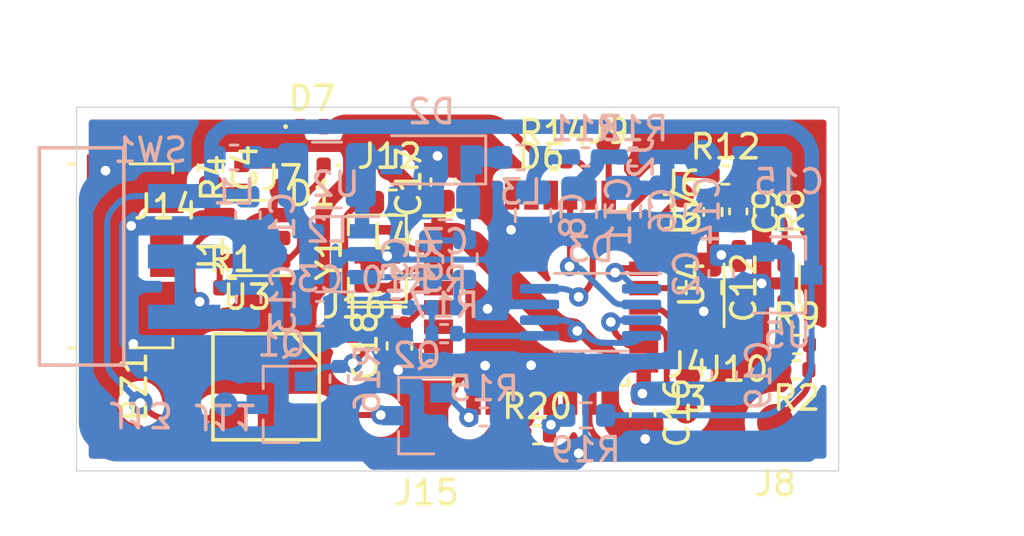
<source format=kicad_pcb>
(kicad_pcb (version 20211014) (generator pcbnew)
  (layers (0 "F.Cu" signal) (31 "B.Cu" signal) (34 "B.Paste" user) (35 "F.Paste" user) (36 "B.SilkS" user "B.Silkscreen") (37 "F.SilkS" user "F.Silkscreen") (38 "B.Mask" user) (39 "F.Mask" user) (44 "Edge.Cuts" user))
  (net 0 "")
  (net 1 "+BATT")
  (net 2 "GND")
  (net 3 "Net-(C3-Pad2)")
  (net 4 "Net-(C5-Pad2)")
  (net 5 "Net-(C5-Pad1)")
  (net 6 "AIn")
  (net 7 "+2V8")
  (net 8 "Net-(C4-Pad2)")
  (net 9 "LevAj")
  (net 10 "Net-(C18-Pad2)")
  (net 11 "Net-(C14-Pad2)")
  (net 12 "Net-(D1-Pad2)")
  (net 13 "Net-(C8-Pad2)")
  (net 14 "Net-(D2-Pad2)")
  (net 15 "Net-(D6-Pad26)")
  (net 16 "Net-(D6-Pad25)")
  (net 17 "Net-(D6-Pad24)")
  (net 18 "Net-(D6-Pad20)")
  (net 19 "Net-(D6-Pad19)")
  (net 20 "Net-(R1-Pad1)")
  (net 21 "Net-(D7-Pad2)")
  (net 22 "Net-(D6-Pad21)")
  (net 23 "Net-(J11-Pad1)")
  (net 24 "Buzer")
  (net 25 "Vibro")
  (net 26 "bl")
  (net 27 "com")
  (net 28 "Net-(C11-Pad2)")
  (net 29 "Net-(R9-Pad1)")
  (net 30 "Net-(C13-Pad1)")
  (net 31 "Net-(D1-Pad1)")
  (net 32 "Net-(D3-Pad8)")
  (net 33 "Net-(D6-Pad4)")
  (net 34 "Net-(D3-Pad5)")
  (net 35 "HVAj")
  (net 36 "DI")
  (net 37 "SC")
  (net 38 "CS")
  (net 39 "Net-(BZ1-Pad2)")
  (net 51 "Net-(D6-Pad23)")
  (net 52 "Net-(D6-Pad2)")
  (net 53 "Net-(D6-Pad3)")
  (footprint "Capacitor_SMD:C_0603_1608Metric" (layer "F.Cu") (at 40.825 62.76 90)
    (fp_text reference "C18")
    (fp_text value "GRM21BR60J226M")
  )
  (footprint "LED_SMD:LED_0402_1005Metric" (layer "F.Cu") (at 37.2 55.275 180)
    (fp_text reference "D1")
    (fp_text value "red")
  )
  (footprint "Connector_USB:USB_Micro-B_Molex_47346-0001" (layer "F.Cu") (at 29.72674 59.0279 -90)
    (fp_text reference "J1")
    (fp_text value "usb")
  )
  (footprint "lib:conn_mini" (layer "F.Cu") (at 52.7 65.475)
    (fp_text reference "J3")
    (fp_text value "TxD(20)")
  )
  (footprint "lib:conn_mini" (layer "F.Cu") (at 52.775 64.05)
    (fp_text reference "J4")
    (fp_text value "RxD(19)")
  )
  (footprint "lib:conn_mini" (layer "F.Cu") (at 52.55 57.95)
    (fp_text reference "J5")
    (fp_text value "SWDIO")
  )
  (footprint "lib:conn_mini" (layer "F.Cu") (at 52.52 56.525)
    (fp_text reference "J6")
    (fp_text value "SWCLK")
  )
  (footprint "Inductor_SMD:L_0603_1608Metric" (layer "F.Cu") (at 40.54 56.81 180)
    (fp_text reference "L4")
    (fp_text value "L4 B82496C3470J000")
  )
  (footprint "Resistor_SMD:R_0402_1005Metric" (layer "F.Cu") (at 33.89 60.35)
    (fp_text reference "R1")
    (fp_text value "20k")
  )
  (footprint "Resistor_SMD:R_0402_1005Metric" (layer "F.Cu") (at 57.275 63.75 180)
    (fp_text reference "R2")
    (fp_text value "2.2k")
  )
  (footprint "Resistor_SMD:R_0402_1005Metric" (layer "F.Cu") (at 34.3 55.8 90)
    (fp_text reference "R4")
    (fp_text value "680")
  )
  (footprint "Resistor_SMD:R_0402_1005Metric" (layer "F.Cu") (at 53.8099 57.21 90)
    (fp_text reference "R7")
    (fp_text value "680k")
  )
  (footprint "Resistor_SMD:R_0402_1005Metric" (layer "F.Cu") (at 57.3 62.7)
    (fp_text reference "R9")
    (fp_text value "12k")
  )
  (footprint "Package_TO_SOT_SMD:TSOT-23-5" (layer "F.Cu") (at 34.51 58.29 180)
    (fp_text reference "U3")
    (fp_text value "MCP73831")
  )
  (footprint "Capacitor_SMD:C_0603_1608Metric" (layer "F.Cu") (at 42.64 55.97 90)
    (fp_text reference "C17")
    (fp_text value "1uF")
  )
  (footprint "Capacitor_SMD:C_0603_1608Metric" (layer "F.Cu") (at 50.9 65.525 -90)
    (fp_text reference "C16")
    (fp_text value "1uF")
  )
  (footprint "Resistor_SMD:R_0402_1005Metric" (layer "F.Cu") (at 55.9 57.19 -90)
    (fp_text reference "R8")
    (fp_text value "5.1k")
  )
  (footprint "lib:conn_mini" (layer "F.Cu") (at 35.95 56.3)
    (fp_text reference "J7")
    (fp_text value "+BAT")
  )
  (footprint "My-library:SMD-CONN" (layer "F.Cu") (at 56.4 65.925)
    (fp_text reference "J8")
    (fp_text value "SiPM-")
  )
  (footprint "Package_TO_SOT_SMD:SOT-23-5" (layer "F.Cu") (at 55.83174 60.17006 90)
    (fp_text reference "U4")
    (fp_text value "TLV3201AIDBVT")
  )
  (footprint "lib:conn_mini" (layer "F.Cu") (at 49.48 54.37)
    (fp_text reference "J9")
    (fp_text value "BT Status")
  )
  (footprint "LED_SMD:LED_0402_1005Metric" (layer "F.Cu") (at 37.2 53.675)
    (fp_text reference "D7")
    (fp_text value "blue")
  )
  (footprint "Resistor_SMD:R_0402_1005Metric" (layer "F.Cu") (at 47.22 55.09)
    (fp_text reference "R14")
    (fp_text value "470")
  )
  (footprint "Capacitor_SMD:C_0805_2012Metric" (layer "F.Cu") (at 53.43906 60.34278 -90)
    (fp_text reference "C12")
    (fp_text value "GRM21BR60J226M")
  )
  (footprint "lib:conn_mini" (layer "F.Cu") (at 40.41 55.4)
    (fp_text reference "J12")
    (fp_text value "+2.8v")
  )
  (footprint "Resistor_SMD:R_0402_1005Metric" (layer "F.Cu") (at 46.53 66.44)
    (fp_text reference "R20")
    (fp_text value "100k")
  )
  (footprint "Capacitor_SMD:C_0603_1608Metric" (layer "F.Cu") (at 33 55.39 -90)
    (fp_text reference "C4")
    (fp_text value "1uF")
  )
  (footprint "Package_QFP:LQFP-32_7x7mm_P0.8mm" (layer "F.Cu") (at 46.69282 60.76442)
    (fp_text reference "D6")
    (fp_text value "STM32L412K8")
  )
  (footprint "My-library:SMD-CONN" (layer "F.Cu") (at 31.15 54.46)
    (fp_text reference "J14")
    (fp_text value "gndBT")
  )
  (footprint "My-library:SMD-CONN" (layer "F.Cu") (at 41.95 66.3)
    (fp_text reference "J15")
    (fp_text value "-BAT")
  )
  (footprint "lib:Buzzer5x5" (layer "F.Cu") (at 35.3 64.45 90)
    (fp_text reference "BZ1")
    (fp_text value "Buzzer")
  )
  (footprint "Capacitor_SMD:C_0402_1005Metric" (layer "F.Cu") (at 54.86 57.19 -90)
    (fp_text reference "C9")
    (fp_text value "10n")
  )
  (footprint "Resistor_SMD:R_0402_1005Metric" (layer "F.Cu") (at 54.33 55.68)
    (fp_text reference "R12")
    (fp_text value "10M")
  )
  (footprint "lib:conn_mini" (layer "F.Cu") (at 54.775 64.225)
    (fp_text reference "J10")
    (fp_text value "gnd")
  )
  (footprint "lib:conn_mini" (layer "F.Cu") (at 38.975 61.6)
    (fp_text reference "J16")
    (fp_text value "+2.8v")
  )
  (footprint "Crystal:Resonator_SMD_Murata_CSTxExxV-3Pin_3.0x1.1mm" (layer "F.Cu") (at 39.91 59.15 90)
    (fp_text reference "Y1")
    (fp_text value "Crystal_GND2_Small")
  )
  (footprint "Capacitor_SMD:C_0603_1608Metric" (layer "B.Cu") (at 34.55 57.35 90)
    (fp_text reference "C1")
    (fp_text value "1uF")
  )
  (footprint "Capacitor_SMD:C_0603_1608Metric" (layer "B.Cu") (at 54.15 59.775 -90)
    (fp_text reference "C2")
    (fp_text value "1uF")
  )
  (footprint "Capacitor_SMD:C_0603_1608Metric" (layer "B.Cu") (at 42.1132 59.182 -90)
    (fp_text reference "C5")
    (fp_text value "1.5pF")
  )
  (footprint "Capacitor_SMD:C_0805_2012Metric" (layer "B.Cu") (at 42.7228 56.7944)
    (fp_text reference "C7")
    (fp_text value "GRM21BC8YA106KE11L")
  )
  (footprint "Capacitor_SMD:C_0805_2012Metric" (layer "B.Cu") (at 46.36 57.35 90)
    (fp_text reference "C8")
    (fp_text value "GRM21BC8YA106KE11L")
  )
  (footprint "Capacitor_SMD:C_0805_2012Metric" (layer "B.Cu") (at 48.25 57.19 90)
    (fp_text reference "C11")
    (fp_text value "GRM21BC8YA106KE11L")
  )
  (footprint "Capacitor_SMD:C_0603_1608Metric" (layer "B.Cu") (at 34.575 60.825 90)
    (fp_text reference "C13")
    (fp_text value "1uF")
  )
  (footprint "Capacitor_SMD:C_0805_2012Metric" (layer "B.Cu") (at 51.92 57.15 90)
    (fp_text reference "C14")
    (fp_text value "GRM21BC8YA106KE11L")
  )
  (footprint "Capacitor_SMD:C_0603_1608Metric" (layer "B.Cu") (at 56.96 57.39 180)
    (fp_text reference "C15")
    (fp_text value "1uF")
  )
  (footprint "Capacitor_SMD:C_0603_1608Metric" (layer "B.Cu") (at 54.275 63.975 90)
    (fp_text reference "C19")
    (fp_text value "1uF")
  )
  (footprint "Diode_SMD:D_SOD-123" (layer "B.Cu") (at 42.14876 55.05196 180)
    (fp_text reference "D2")
    (fp_text value "BAT46ZFILM")
  )
  (footprint "My-library:SMD-CONN" (layer "B.Cu") (at 53.38 54.98 90)
    (fp_text reference "J2")
    (fp_text value "+29.6 SiPM")
  )
  (footprint "Inductor_SMD:L_0603_1608Metric" (layer "B.Cu") (at 33.975 54.95)
    (fp_text reference "L1")
    (fp_text value "L1 B82496C3470J000")
  )
  (footprint "Inductor_SMD:L_1210_3225Metric" (layer "B.Cu") (at 37.82314 55.67934)
    (fp_text reference "L2")
    (fp_text value "L2 LQH31MN220J03L")
  )
  (footprint "Inductor_SMD:L_0603_1608Metric" (layer "B.Cu") (at 45.85208 54.95)
    (fp_text reference "L3")
    (fp_text value "L3 B82496C3470J000")
  )
  (footprint "Resistor_SMD:R_0402_1005Metric" (layer "B.Cu") (at 42.675 61.175 180)
    (fp_text reference "R3")
    (fp_text value "4.7k")
  )
  (footprint "Resistor_SMD:R_0603_1608Metric" (layer "B.Cu") (at 43.5229 59.182 -90)
    (fp_text reference "R5")
    (fp_text value "10M")
  )
  (footprint "Resistor_SMD:R_0402_1005Metric" (layer "B.Cu") (at 48.53 54.93 180)
    (fp_text reference "R11")
    (fp_text value "100")
  )
  (footprint "Resistor_SMD:R_0402_1005Metric" (layer "B.Cu") (at 50.51 54.93 180)
    (fp_text reference "R13")
    (fp_text value "510")
  )
  (footprint "My-library:MySwithc" (layer "B.Cu") (at 30.40634 59.05246)
    (fp_text reference "SW1")
    (fp_text value "power")
  )
  (footprint "Package_TO_SOT_SMD:SOT-23-5" (layer "B.Cu") (at 38.17366 58.96102 180)
    (fp_text reference "U2")
    (fp_text value "AP3015KTR")
  )
  (footprint "Package_TO_SOT_SMD:SOT-23" (layer "B.Cu") (at 56.896 59.817)
    (fp_text reference "U5")
    (fp_text value "MCP1700-2802E")
  )
  (footprint "lib:conn_mini" (layer "B.Cu") (at 33.61 65.18)
    (fp_text reference "J11")
    (fp_text value "Vibro")
  )
  (footprint "Resistor_SMD:R_0402_1005Metric" (layer "B.Cu") (at 44.325 65.7 180)
    (fp_text reference "R15")
    (fp_text value "100k")
  )
  (footprint "Resistor_SMD:R_0402_1005Metric" (layer "B.Cu") (at 38.33 64.12 90)
    (fp_text reference "R16")
    (fp_text value "100k")
  )
  (footprint "lib:conn_mini" (layer "B.Cu") (at 30.1 65.1)
    (fp_text reference "J13")
    (fp_text value "+vibro")
  )
  (footprint "Resistor_SMD:R_0603_1608Metric" (layer "B.Cu") (at 48.5394 65.6336)
    (fp_text reference "R19")
    (fp_text value "39k")
  )
  (footprint "Capacitor_SMD:C_0805_2012Metric" (layer "B.Cu") (at 50.08 57.16 90)
    (fp_text reference "C6")
    (fp_text value "GRM21BC8YA106KE11L")
  )
  (footprint "Resistor_SMD:R_0402_1005Metric" (layer "B.Cu") (at 40.675 61.175 180)
    (fp_text reference "R10")
    (fp_text value "442k")
  )
  (footprint "Package_TO_SOT_SMD:SOT-23" (layer "B.Cu") (at 35.94 65.18 180)
    (fp_text reference "Q1")
    (fp_text value "IRLML0060RTPbF")
  )
  (footprint "Resistor_SMD:R_0402_1005Metric" (layer "B.Cu") (at 42.675 62.25 180)
    (fp_text reference "R17")
    (fp_text value "10M")
  )
  (footprint "Package_SO:MSOP-8_3x3mm_P0.65mm" (layer "B.Cu") (at 48.7426 61.3664 180)
    (fp_text reference "D3")
    (fp_text value "LTC1662CMS8")
  )
  (footprint "Package_TO_SOT_SMD:SOT-23" (layer "B.Cu") (at 41.55 65.65 180)
    (fp_text reference "Q2")
    (fp_text value "IRLML0060RTPbF")
  )
  (footprint "Capacitor_SMD:C_0603_1608Metric" (layer "B.Cu") (at 37.525 61.425 180)
    (fp_text reference "C3")
    (fp_text value "1uF")
  )
  (gr_line (start 59.02198 67.93738) (end 27.44978 67.93738) (layer "Edge.Cuts") (width 0.05))
  (gr_line (start 27.44978 67.93738) (end 27.44978 52.87518) (layer "Edge.Cuts") (width 0.05))
  (gr_line (start 27.44978 52.87518) (end 59.02198 52.87518) (layer "Edge.Cuts") (width 0.05))
  (gr_line (start 59.02198 52.87518) (end 59.02198 67.93738) (layer "Edge.Cuts") (width 0.05))
  (segment (start 33.7 65.75) (end 31.134214 65.75) (width 0.25) (layer "F.Cu") (net 1))
  (segment (start 30.427107 65.457107) (end 30.09 65.12) (width 0.25) (layer "F.Cu") (net 1))
  (via (at 30.09 65.12) (size 0.8) (drill 0.4) (layers "F.Cu" "B.Cu") (net 1))
  (arc (start 30.427107 65.457107) (mid 30.75153 65.67388) (end 31.134214 65.75) (width 0.25) (layer "F.Cu") (net 1))
  (segment (start 57.692565 64.169232) (end 57.658449 64.217672) (width 0.25) (layer "B.Cu") (net 1))
  (segment (start 55.938119 65.620534) (end 55.996494 65.610405) (width 0.25) (layer "B.Cu") (net 1))
  (segment (start 55.996494 65.610405) (end 56.054302 65.597424) (width 0.25) (layer "B.Cu") (net 1))
  (segment (start 56.614553 65.280046) (end 57.542446 64.352153) (width 0.25) (layer "B.Cu") (net 1))
  (segment (start 56.526779 65.359598) (end 56.571642 65.320899) (width 0.25) (layer "B.Cu") (net 1))
  (segment (start 56.111404 65.581621) (end 56.167661 65.563036) (width 0.25) (layer "B.Cu") (net 1))
  (segment (start 57.894545 63.557829) (end 57.890187 63.616917) (width 0.25) (layer "B.Cu") (net 1))
  (segment (start 57.753465 64.067625) (end 57.724262 64.119176) (width 0.25) (layer "B.Cu") (net 1))
  (segment (start 56.167661 65.563036) (end 56.222939 65.541713) (width 0.25) (layer "B.Cu") (net 1))
  (segment (start 57.890187 63.616917) (end 57.882934 63.675719) (width 0.25) (layer "B.Cu") (net 1))
  (segment (start 33.02992 56.1782) (end 33.40418 56.55246) (width 0.25) (layer "B.Cu") (net 1))
  (segment (start 56.480072 65.396049) (end 56.526779 65.359598) (width 0.25) (layer "B.Cu") (net 1))
  (segment (start 56.054302 65.597424) (end 56.111404 65.581621) (width 0.25) (layer "B.Cu") (net 1))
  (segment (start 47.21098 53.67782) (end 33.795708 53.67782) (width 0.6) (layer "B.Cu") (net 1))
  (segment (start 56.571642 65.320899) (end 56.614553 65.280046) (width 0.25) (layer "B.Cu") (net 1))
  (segment (start 56.737106 53.67782) (end 47.21098 53.67782) (width 0.6) (layer "B.Cu") (net 1))
  (segment (start 57.896 63.4986) (end 57.896 59.817) (width 0.25) (layer "B.Cu") (net 1))
  (segment (start 57.780104 64.014704) (end 57.753465 64.067625) (width 0.25) (layer "B.Cu") (net 1))
  (segment (start 56.431632 65.430165) (end 56.480072 65.396049) (width 0.25) (layer "B.Cu") (net 1))
  (segment (start 29.174647 56.845353) (end 29.012893 57.007107) (width 0.25) (layer "B.Cu") (net 1))
  (segment (start 57.804113 63.960539) (end 57.780104 64.014704) (width 0.25) (layer "B.Cu") (net 1))
  (segment (start 55.761 65.6336) (end 49.3269 65.6336) (width 0.25) (layer "B.Cu") (net 1))
  (segment (start 57.882934 63.675719) (end 57.872805 63.734094) (width 0.25) (layer "B.Cu") (net 1))
  (segment (start 57.844021 63.849004) (end 57.825436 63.905261) (width 0.25) (layer "B.Cu") (net 1))
  (segment (start 57.583299 64.309242) (end 57.542446 64.352153) (width 0.25) (layer "B.Cu") (net 1))
  (segment (start 57.621998 64.264379) (end 57.583299 64.309242) (width 0.25) (layer "B.Cu") (net 1))
  (segment (start 57.896 63.4986) (end 57.894545 63.557829) (width 0.25) (layer "B.Cu") (net 1))
  (segment (start 57.872805 63.734094) (end 57.859824 63.791902) (width 0.25) (layer "B.Cu") (net 1))
  (segment (start 31.90634 56.55246) (end 29.881754 56.55246) (width 0.25) (layer "B.Cu") (net 1))
  (segment (start 55.879317 65.627787) (end 55.938119 65.620534) (width 0.25) (layer "B.Cu") (net 1))
  (segment (start 33.02992 54.443608) (end 33.02992 56.1782) (width 0.6) (layer "B.Cu") (net 1))
  (segment (start 31.90634 56.55246) (end 33.40418 56.55246) (width 0.6) (layer "B.Cu") (net 1))
  (segment (start 28.72 57.714214) (end 28.72 63.335786) (width 0.25) (layer "B.Cu") (net 1))
  (segment (start 33.40418 56.55246) (end 34.4928 56.55246) (width 0.6) (layer "B.Cu") (net 1))
  (segment (start 55.761 65.6336) (end 55.820229 65.632145) (width 0.25) (layer "B.Cu") (net 1))
  (segment (start 34.4928 56.55246) (end 34.57194 56.6316) (width 0.25) (layer "B.Cu") (net 1))
  (segment (start 57.612107 54.138607) (end 57.444213 53.970713) (width 0.6) (layer "B.Cu") (net 1))
  (segment (start 57.724262 64.119176) (end 57.692565 64.169232) (width 0.25) (layer "B.Cu") (net 1))
  (segment (start 56.381576 65.461862) (end 56.431632 65.430165) (width 0.25) (layer "B.Cu") (net 1))
  (segment (start 56.277104 65.517704) (end 56.330025 65.491065) (width 0.25) (layer "B.Cu") (net 1))
  (segment (start 29.012893 64.042893) (end 30.09 65.12) (width 0.25) (layer "B.Cu") (net 1))
  (segment (start 55.820229 65.632145) (end 55.879317 65.627787) (width 0.25) (layer "B.Cu") (net 1))
  (segment (start 33.371444 53.853556) (end 33.205656 54.019344) (width 0.6) (layer "B.Cu") (net 1))
  (segment (start 57.825436 63.905261) (end 57.804113 63.960539) (width 0.25) (layer "B.Cu") (net 1))
  (segment (start 56.222939 65.541713) (end 56.277104 65.517704) (width 0.25) (layer "B.Cu") (net 1))
  (segment (start 57.859824 63.791902) (end 57.844021 63.849004) (width 0.25) (layer "B.Cu") (net 1))
  (segment (start 56.330025 65.491065) (end 56.381576 65.461862) (width 0.25) (layer "B.Cu") (net 1))
  (segment (start 57.658449 64.217672) (end 57.621998 64.264379) (width 0.25) (layer "B.Cu") (net 1))
  (segment (start 57.896 59.817) (end 57.905 59.808) (width 0.6) (layer "B.Cu") (net 1))
  (segment (start 57.905 59.808) (end 57.905 54.845714) (width 0.6) (layer "B.Cu") (net 1))
  (arc (start 33.205656 54.019344) (mid 33.075592 54.213998) (end 33.02992 54.443608) (width 0.6) (layer "B.Cu") (net 1))
  (arc (start 29.012893 57.007107) (mid 28.79612 57.331531) (end 28.72 57.714214) (width 0.25) (layer "B.Cu") (net 1))
  (arc (start 57.444213 53.970713) (mid 57.119789 53.75394) (end 56.737106 53.67782) (width 0.6) (layer "B.Cu") (net 1))
  (arc (start 57.905 54.845714) (mid 57.82888 54.46303) (end 57.612107 54.138607) (width 0.6) (layer "B.Cu") (net 1))
  (arc (start 29.881754 56.55246) (mid 29.499071 56.62858) (end 29.174647 56.845353) (width 0.25) (layer "B.Cu") (net 1))
  (arc (start 33.795708 53.67782) (mid 33.566098 53.723492) (end 33.371444 53.853556) (width 0.6) (layer "B.Cu") (net 1))
  (arc (start 29.012893 64.042893) (mid 28.79612 63.71847) (end 28.72 63.335786) (width 0.25) (layer "B.Cu") (net 1))
  (segment (start 49.49282 65.01442) (end 49.49282 64.141738) (width 0.5) (layer "F.Cu") (net 2))
  (segment (start 55.83174 60.17006) (end 55.83174 60.17006) (width 0.6) (layer "F.Cu") (net 2))
  (segment (start 47.84598 63.76162) (end 48.698488 63.76162) (width 0.6) (layer "F.Cu") (net 2))
  (segment (start 43.89282 56.51442) (end 43.89282 54.8938) (width 0.5) (layer "F.Cu") (net 2))
  (segment (start 43.15968 64.46012) (end 43.03522 64.58458) (width 0.25) (layer "F.Cu") (net 2))
  (segment (start 54.89 57.7) (end 54.86 57.67) (width 0.5) (layer "F.Cu") (net 2))
  (segment (start 55.83174 60.17006) (end 55.83174 61.30756) (width 0.5) (layer "F.Cu") (net 2))
  (segment (start 48.11776 67.2338) (end 47.89424 67.45732) (width 0.6) (layer "F.Cu") (net 2))
  (segment (start 55.978187 63.478187) (end 56.103554 63.603554) (width 0.6) (layer "F.Cu") (net 2))
  (segment (start 41.200247 64.200247) (end 40.77 63.77) (width 0.6) (layer "F.Cu") (net 2))
  (segment (start 30.82674 56.5654) (end 29.377601 56.5654) (width 0.25) (layer "F.Cu") (net 2))
  (segment (start 43.69562 63.76162) (end 47.84598 63.76162) (width 0.6) (layer "F.Cu") (net 2))
  (segment (start 42.831227 67.164427) (end 42.54754 66.88074) (width 0.6) (layer "F.Cu") (net 2))
  (segment (start 44.584833 57.506433) (end 44.735507 57.657107) (width 0.6) (layer "F.Cu") (net 2))
  (segment (start 55.83174 62.61826) (end 55.83174 63.124633) (width 0.6) (layer "F.Cu") (net 2))
  (segment (start 28.52674 58.1879) (end 28.52674 59.8679) (width 0.25) (layer "F.Cu") (net 2))
  (segment (start 43.8046 54.80558) (end 42.63898 54.80558) (width 0.25) (layer "F.Cu") (net 2))
  (segment (start 44.29194 56.51442) (end 44.69282 56.51442) (width 0.6) (layer "F.Cu") (net 2))
  (segment (start 41.360786 54.25) (end 38.975 54.25) (width 0.8) (layer "F.Cu") (net 2))
  (segment (start 35.6575 58.29) (end 35.047107 58.29) (width 0.5) (layer "F.Cu") (net 2))
  (segment (start 34.4 60.35) (end 34.65 60.1) (width 0.5) (layer "F.Cu") (net 2))
  (segment (start 37.942893 56.657107) (end 38.757107 55.842893) (width 0.6) (layer "F.Cu") (net 2))
  (segment (start 43.15968 64.29756) (end 43.15968 64.46012) (width 0.25) (layer "F.Cu") (net 2))
  (segment (start 49.405595 64.054513) (end 49.49282 64.141738) (width 0.6) (layer "F.Cu") (net 2))
  (segment (start 42.63898 54.80558) (end 42.39514 55.04942) (width 0.25) (layer "F.Cu") (net 2))
  (segment (start 42.4 54.875) (end 42.067893 54.542893) (width 0.8) (layer "F.Cu") (net 2))
  (segment (start 55.9 57.7) (end 54.89 57.7) (width 0.5) (layer "F.Cu") (net 2))
  (segment (start 38.75 54.475) (end 38.975 54.25) (width 0.5) (layer "F.Cu") (net 2))
  (segment (start 43.89282 54.8938) (end 43.8046 54.80558) (width 0.25) (layer "F.Cu") (net 2))
  (segment (start 34.51 60.24) (end 34.4 60.35) (width 0.5) (layer "F.Cu") (net 2))
  (segment (start 49.727135 66.282855) (end 49.819166 66.374886) (width 0.5) (layer "F.Cu") (net 2))
  (segment (start 37.65 58.635786) (end 37.65 57.364214) (width 0.6) (layer "F.Cu") (net 2))
  (segment (start 55.78602 61.16846) (end 55.73522 61.21926) (width 0.25) (layer "F.Cu") (net 2))
  (segment (start 47.89424 67.45732) (end 43.538334 67.45732) (width 0.6) (layer "F.Cu") (net 2))
  (segment (start 28.97424 61.4904) (end 28.52674 61.9379) (width 0.25) (layer "F.Cu") (net 2))
  (segment (start 49.49282 65.01442) (end 49.49282 65.717169) (width 0.5) (layer "F.Cu") (net 2))
  (segment (start 42.54754 66.88074) (end 42.54754 64.49314) (width 0.6) (layer "F.Cu") (net 2))
  (segment (start 49.49282 65.01442) (end 49.50748 65.01442) (width 0.25) (layer "F.Cu") (net 2))
  (segment (start 43.15968 64.29756) (end 42.9641 64.49314) (width 0.3) (layer "F.Cu") (net 2))
  (segment (start 34.65 60.1) (end 36.185786 60.1) (width 0.6) (layer "F.Cu") (net 2))
  (segment (start 28.52674 59.8679) (end 28.52674 61.9379) (width 0.25) (layer "F.Cu") (net 2))
  (segment (start 53.900367 62.325367) (end 53.721793 62.146793) (width 0.6) (layer "F.Cu") (net 2))
  (segment (start 50.384851 66.6092) (end 50.98542 66.6092) (width 0.5) (layer "F.Cu") (net 2))
  (segment (start 42.54754 64.49314) (end 41.907354 64.49314) (width 0.6) (layer "F.Cu") (net 2))
  (segment (start 43.69562 63.76162) (end 43.15968 64.29756) (width 0.3) (layer "F.Cu") (net 2))
  (segment (start 43.89282 56.51442) (end 44.29194 56.51442) (width 0.6) (layer "F.Cu") (net 2))
  (segment (start 44.29194 56.51442) (end 44.29194 56.799326) (width 0.6) (layer "F.Cu") (net 2))
  (segment (start 33.14 54.475) (end 38.75 54.475) (width 0.5) (layer "F.Cu") (net 2))
  (segment (start 31.18674 61.1304) (end 30.82674 61.4904) (width 0.25) (layer "F.Cu") (net 2))
  (segment (start 34.693553 58.436447) (end 34.656446 58.473554) (width 0.5) (layer "F.Cu") (net 2))
  (segment (start 55.83174 62.61826) (end 54.607474 62.61826) (width 0.6) (layer "F.Cu") (net 2))
  (segment (start 30.82674 61.4904) (end 28.97424 61.4904) (width 0.25) (layer "F.Cu") (net 2))
  (segment (start 31.18674 60.3279) (end 31.18674 61.1304) (width 0.25) (layer "F.Cu") (net 2))
  (segment (start 53.4289 61.439686) (end 53.4289 61.3283) (width 0.6) (layer "F.Cu") (net 2))
  (segment (start 55.83174 57.76826) (end 55.9 57.7) (width 0.5) (layer "F.Cu") (net 2))
  (segment (start 42.4 54.89) (end 42.4 54.875) (width 0.25) (layer "F.Cu") (net 2))
  (segment (start 39.05 55.135786) (end 39.05 54.325) (width 0.6) (layer "F.Cu") (net 2))
  (segment (start 28.52674 56.1179) (end 28.52674 58.1879) (width 0.25) (layer "F.Cu") (net 2))
  (segment (start 55.83174 61.30756) (end 55.83174 62.61826) (width 0.6) (layer "F.Cu") (net 2))
  (segment (start 42.9641 64.49314) (end 42.54754 64.49314) (width 0.6) (layer "F.Cu") (net 2))
  (segment (start 55.83174 60.17006) (end 55.83174 57.76826) (width 0.8) (layer "F.Cu") (net 2))
  (segment (start 36.892893 59.807107) (end 37.357107 59.342893) (width 0.6) (layer "F.Cu") (net 2))
  (segment (start 29.377601 56.5654) (end 28.930101 56.1179) (width 0.25) (layer "F.Cu") (net 2))
  (segment (start 45.442614 57.95) (end 45.475 57.95) (width 0.6) (layer "F.Cu") (net 2))
  (segment (start 56.457107 63.75) (end 56.765 63.75) (width 0.6) (layer "F.Cu") (net 2))
  (segment (start 39.05 54.325) (end 38.975 54.25) (width 0.5) (layer "F.Cu") (net 2))
  (segment (start 33 54.615) (end 33.14 54.475) (width 0.5) (layer "F.Cu") (net 2))
  (segment (start 55.83174 60.17006) (end 57.86994 60.17006) (width 0.5) (layer "F.Cu") (net 2))
  (segment (start 34.51 58.827107) (end 34.51 60.24) (width 0.5) (layer "F.Cu") (net 2))
  (via (at 40.77 63.77) (size 0.8) (drill 0.4) (layers "F.Cu" "B.Cu") (net 2))
  (via (at 44.475 61.225) (size 0.8) (drill 0.4) (layers "F.Cu" "B.Cu") (net 2))
  (via (at 53.4289 61.3283) (size 0.8) (drill 0.4) (layers "F.Cu" "B.Cu") (net 2))
  (via (at 44.375 63.575) (size 0.8) (drill 0.4) (layers "F.Cu" "B.Cu") (net 2))
  (via (at 29.8 62.675) (size 1) (drill 0.4) (layers "F.Cu" "B.Cu") (net 2))
  (via (at 42.4 54.89) (size 0.8) (drill 0.4) (layers "F.Cu" "B.Cu") (net 2))
  (via (at 55.83174 60.17006) (size 0.8) (drill 0.4) (layers "F.Cu" "B.Cu") (net 2))
  (via (at 46.28 63.56) (size 0.8) (drill 0.4) (layers "F.Cu" "B.Cu") (net 2))
  (via (at 51.00574 66.6115) (size 0.8) (drill 0.4) (layers "F.Cu" "B.Cu") (net 2))
  (via (at 40.32 59.04) (size 0.8) (drill 0.4) (layers "F.Cu" "B.Cu") (net 2))
  (via (at 28.65 55.5) (size 0.8) (drill 0.4) (layers "F.Cu" "B.Cu") (net 2))
  (via (at 48.24984 67.2084) (size 0.8) (drill 0.4) (layers "F.Cu" "B.Cu") (net 2))
  (via (at 45.45 57.95) (size 0.8) (drill 0.4) (layers "F.Cu" "B.Cu") (net 2))
  (via (at 29.71292 57.785) (size 0.8) (drill 0.4) (layers "F.Cu" "B.Cu") (net 2))
  (arc (start 49.819166 66.374886) (mid 50.078705 66.548304) (end 50.384851 66.6092) (width 0.5) (layer "F.Cu") (net 2))
  (arc (start 44.735507 57.657107) (mid 45.05993 57.87388) (end 45.442614 57.95) (width 0.6) (layer "F.Cu") (net 2))
  (arc (start 49.727135 66.282855) (mid 49.553716 66.023316) (end 49.49282 65.717169) (width 0.5) (layer "F.Cu") (net 2))
  (arc (start 41.360786 54.25) (mid 41.743469 54.32612) (end 42.067893 54.542893) (width 0.8) (layer "F.Cu") (net 2))
  (arc (start 35.047107 58.29) (mid 34.855765 58.32806) (end 34.693553 58.436447) (width 0.5) (layer "F.Cu") (net 2))
  (arc (start 44.584833 57.506433) (mid 44.36806 57.18201) (end 44.29194 56.799326) (width 0.6) (layer "F.Cu") (net 2))
  (arc (start 42.831227 67.164427) (mid 43.15565 67.3812) (end 43.538334 67.45732) (width 0.6) (layer "F.Cu") (net 2))
  (arc (start 36.892893 59.807107) (mid 36.56847 60.02388) (end 36.185786 60.1) (width 0.6) (layer "F.Cu") (net 2))
  (arc (start 53.900367 62.325367) (mid 54.22479 62.54214) (end 54.607474 62.61826) (width 0.6) (layer "F.Cu") (net 2))
  (arc (start 34.656446 58.473554) (mid 34.54806 58.635766) (end 34.51 58.827107) (width 0.5) (layer "F.Cu") (net 2))
  (arc (start 41.200247 64.200247) (mid 41.52467 64.41702) (end 41.907354 64.49314) (width 0.6) (layer "F.Cu") (net 2))
  (arc (start 56.457107 63.75) (mid 56.265766 63.71194) (end 56.103554 63.603554) (width 0.6) (layer "F.Cu") (net 2))
  (arc (start 55.978187 63.478187) (mid 55.8698 63.315975) (end 55.83174 63.124633) (width 0.6) (layer "F.Cu") (net 2))
  (arc (start 53.721793 62.146793) (mid 53.50502 61.82237) (end 53.4289 61.439686) (width 0.6) (layer "F.Cu") (net 2))
  (arc (start 37.357107 59.342893) (mid 37.57388 59.01847) (end 37.65 58.635786) (width 0.6) (layer "F.Cu") (net 2))
  (arc (start 37.65 57.364214) (mid 37.72612 56.981531) (end 37.942893 56.657107) (width 0.6) (layer "F.Cu") (net 2))
  (arc (start 48.698488 63.76162) (mid 49.081171 63.83774) (end 49.405595 64.054513) (width 0.6) (layer "F.Cu") (net 2))
  (arc (start 38.757107 55.842893) (mid 38.97388 55.51847) (end 39.05 55.135786) (width 0.6) (layer "F.Cu") (net 2))
  (segment (start 38.17 61.295) (end 38.3 61.425) (width 0.25) (layer "B.Cu") (net 2))
  (segment (start 48.11776 67.2338) (end 48.11776 67.13728) (width 0.25) (layer "B.Cu") (net 2))
  (segment (start 40.65514 59.182) (end 40.43416 58.96102) (width 0.25) (layer "B.Cu") (net 2))
  (segment (start 41.378262 64.104422) (end 41.407465 64.155973) (width 0.6) (layer "B.Cu") (net 2))
  (segment (start 46.8727 63.63) (end 47.0154 63.4873) (width 0.8) (layer "B.Cu") (net 2))
  (segment (start 41.95 63.63) (end 44.395 63.63) (width 0.8) (layer "B.Cu") (net 2))
  (segment (start 40.89 62.954214) (end 40.89 63.44) (width 0.8) (layer "B.Cu") (net 2))
  (segment (start 35.75558 62.41034) (end 36.0553 62.71006) (width 0.5) (layer "B.Cu") (net 2))
  (segment (start 44.395 63.63) (end 46.8727 63.63) (width 0.8) (layer "B.Cu") (net 2))
  (segment (start 41.61237 67.58737) (end 45.49343 67.58737) (width 0.6) (layer "B.Cu") (net 2))
  (segment (start 46.29099 67.58737) (end 46.68723 67.58737) (width 0.6) (layer "B.Cu") (net 2))
  (segment (start 46.68723 67.58737) (end 48.16043 67.58737) (width 0.6) (layer "B.Cu") (net 2))
  (segment (start 41.95 63.63) (end 41.08 63.63) (width 0.8) (layer "B.Cu") (net 2))
  (segment (start 41.275998 63.959219) (end 41.312449 64.005926) (width 0.6) (layer "B.Cu") (net 2))
  (segment (start 35.9365 67.2465) (end 29.164474 67.2465) (width 0.6) (layer "B.Cu") (net 2))
  (segment (start 29.74594 62.71006) (end 36.0553 62.71006) (width 0.8) (layer "B.Cu") (net 2))
  (segment (start 34.57194 58.5066) (end 34.143233 58.077893) (width 0.8) (layer "B.Cu") (net 2))
  (segment (start 41.346565 64.054366) (end 41.378262 64.104422) (width 0.6) (layer "B.Cu") (net 2))
  (segment (start 40.8178 58.57738) (end 40.8178 58.282794) (width 0.8) (layer "B.Cu") (net 2))
  (segment (start 41.544187 64.606682) (end 41.548545 64.66577) (width 0.6) (layer "B.Cu") (net 2))
  (segment (start 40.165 61.175) (end 40.165 61.400786) (width 0.8) (layer "B.Cu") (net 2))
  (segment (start 29.6164 62.58052) (end 29.74594 62.71006) (width 0.8) (layer "B.Cu") (net 2))
  (segment (start 48.49368 63.37808) (end 47.12462 63.37808) (width 0.25) (layer "B.Cu") (net 2))
  (segment (start 46.5426 61.0414) (end 45.43056 61.0414) (width 0.4) (layer "B.Cu") (net 2))
  (segment (start 35.94 62.82536) (end 36.0553 62.71006) (width 0.6) (layer "B.Cu") (net 2))
  (segment (start 45.19168 60.80252) (end 45.19168 59.26836) (width 0.6) (layer "B.Cu") (net 2))
  (segment (start 41.526805 64.489504) (end 41.536934 64.54788) (width 0.6) (layer "B.Cu") (net 2))
  (segment (start 41.55 67.525) (end 41.61237 67.58737) (width 0.25) (layer "B.Cu") (net 2))
  (segment (start 48.61814 67.26174) (end 49.24806 67.26174) (width 0.6) (layer "B.Cu") (net 2))
  (segment (start 40.457893 62.107893) (end 40.597107 62.247107) (width 0.8) (layer "B.Cu") (net 2))
  (segment (start 34.56686 59.7558) (end 35.36672 59.7558) (width 0.5) (layer "B.Cu") (net 2))
  (segment (start 41.434104 64.208894) (end 41.458114 64.263059) (width 0.6) (layer "B.Cu") (net 2))
  (segment (start 36.0553 62.71006) (end 36.855726 62.71006) (width 0.8) (layer "B.Cu") (net 2))
  (segment (start 41.513824 64.431696) (end 41.526805 64.489504) (width 0.6) (layer "B.Cu") (net 2))
  (segment (start 39.08806 67.2465) (end 39.42334 67.2465) (width 0.6) (layer "B.Cu") (net 2))
  (segment (start 29.64688 57.785) (end 29.6164 57.81548) (width 0.25) (layer "B.Cu") (net 2))
  (segment (start 41.55 64.725) (end 41.55 67.525) (width 0.6) (layer "B.Cu") (net 2))
  (segment (start 54.3306 62.35422) (end 54.3306 60.7545) (width 0.25) (layer "B.Cu") (net 2))
  (segment (start 48.53432 66.72072) (end 48.53432 63.41872) (width 0.25) (layer "B.Cu") (net 2))
  (segment (start 40.8178 58.8922) (end 40.8178 58.8978) (width 0.8) (layer "B.Cu") (net 2))
  (segment (start 48.16043 67.58737) (end 48.4378 67.31) (width 0.6) (layer "B.Cu") (net 2))
  (segment (start 47.12462 63.37808) (end 47.0154 63.4873) (width 0.25) (layer "B.Cu") (net 2))
  (segment (start 41.110693 57.575687) (end 41.79038 56.896) (width 0.8) (layer "B.Cu") (net 2))
  (segment (start 35.36672 59.7558) (end 35.462687 59.851767) (width 0.5) (layer "B.Cu") (net 2))
  (segment (start 38.17 59.617107) (end 38.17 61.295) (width 0.5) (layer "B.Cu") (net 2))
  (segment (start 45.49343 67.58737) (end 46.29099 67.58737) (width 0.6) (layer "B.Cu") (net 2))
  (segment (start 54.3306 60.7545) (end 55.8835 60.7545) (width 0.25) (layer "B.Cu") (net 2))
  (segment (start 55.8835 60.7545) (end 55.896 60.767) (width 0.25) (layer "B.Cu") (net 2))
  (segment (start 48.11776 67.13728) (end 48.53432 66.72072) (width 0.25) (layer "B.Cu") (net 2))
  (segment (start 52.2224 58.4024) (end 51.92 58.1) (width 0.6) (layer "B.Cu") (net 2))
  (segment (start 41.196446 63.871446) (end 40.75 63.425) (width 0.6) (layer "B.Cu") (net 2))
  (segment (start 40.33317 67.58737) (end 41.61237 67.58737) (width 0.6) (layer "B.Cu") (net 2))
  (segment (start 35.9365 67.2465) (end 35.94 67.243) (width 0.6) (layer "B.Cu") (net 2))
  (segment (start 50.88866 58.3415) (end 51.7144 58.3415) (width 0.25) (layer "B.Cu") (net 2))
  (segment (start 41.479437 64.318337) (end 41.498021 64.374595) (width 0.6) (layer "B.Cu") (net 2))
  (segment (start 29.71292 57.785) (end 29.64688 57.785) (width 0.25) (layer "B.Cu") (net 2))
  (segment (start 48.73752 63.37808) (end 52.02936 63.37808) (width 0.6) (layer "B.Cu") (net 2))
  (segment (start 52.02936 63.37808) (end 52.2224 63.18504) (width 0.6) (layer "B.Cu") (net 2))
  (segment (start 48.53432 63.41872) (end 48.49368 63.37808) (width 0.25) (layer "B.Cu") (net 2))
  (segment (start 45.19168 59.26836) (end 45.10532 59.182) (width 0.25) (layer "B.Cu") (net 2))
  (segment (start 38.472533 59.107467) (end 38.316446 59.263554) (width 0.5) (layer "B.Cu") (net 2))
  (segment (start 39.42334 67.2465) (end 39.76421 67.58737) (width 0.6) (layer "B.Cu") (net 2))
  (segment (start 28.138913 56.011087) (end 28.65 55.5) (width 0.6) (layer "B.Cu") (net 2))
  (segment (start 34.56686 58.51168) (end 34.57194 58.5066) (width 0.25) (layer "B.Cu") (net 2))
  (segment (start 41.548545 64.66577) (end 41.55 64.725) (width 0.6) (layer "B.Cu") (net 2))
  (segment (start 48.73752 63.37808) (end 48.49368 63.37808) (width 0.25) (layer "B.Cu") (net 2))
  (segment (start 39.76421 67.58737) (end 40.33317 67.58737) (width 0.6) (layer "B.Cu") (net 2))
  (segment (start 41.79038 56.896) (end 41.79038 55.890594) (width 0.8) (layer "B.Cu") (net 2))
  (segment (start 27.84602 65.928046) (end 27.84602 56.718194) (width 0.6) (layer "B.Cu") (net 2))
  (segment (start 35.94 67.243) (end 35.94 62.82536) (width 0.6) (layer "B.Cu") (net 2))
  (segment (start 41.237299 63.914356) (end 41.275998 63.959219) (width 0.6) (layer "B.Cu") (net 2))
  (segment (start 45.4915 66.2432) (end 45.4915 67.58544) (width 0.25) (layer "B.Cu") (net 2))
  (segment (start 49.24806 67.26174) (end 57.77508 67.26174) (width 0.6) (layer "B.Cu") (net 2))
  (segment (start 35.75558 60.558874) (end 35.75558 62.41034) (width 0.5) (layer "B.Cu") (net 2))
  (segment (start 41.536934 64.54788) (end 41.544187 64.606682) (width 0.6) (layer "B.Cu") (net 2))
  (segment (start 39.27366 58.96102) (end 40.43416 58.96102) (width 0.6) (layer "B.Cu") (net 2))
  (segment (start 45.4915 67.58544) (end 45.49343 67.58737) (width 0.25) (layer "B.Cu") (net 2))
  (segment (start 57.77508 67.26174) (end 57.81294 67.22388) (width 0.25) (layer "B.Cu") (net 2))
  (segment (start 42.2656 55.00116) (end 42.38752 54.87924) (width 0.25) (layer "B.Cu") (net 2))
  (segment (start 41.08 63.63) (end 40.89 63.44) (width 0.25) (layer "B.Cu") (net 2))
  (segment (start 39.08806 67.2465) (end 35.9365 67.2465) (width 0.6) (layer "B.Cu") (net 2))
  (segment (start 42.3799 54.91226) (end 42.3545 54.88686) (width 0.25) (layer "B.Cu") (net 2))
  (segment (start 41.312449 64.005926) (end 41.346565 64.054366) (width 0.6) (layer "B.Cu") (net 2))
  (segment (start 39.31116 58.96102) (end 38.826087 58.96102) (width 0.5) (layer "B.Cu") (net 2))
  (segment (start 49.8856 58.3415) (end 50.88866 58.3415) (width 0.25) (layer "B.Cu") (net 2))
  (segment (start 34.56686 59.7558) (end 34.56686 58.51168) (width 0.25) (layer "B.Cu") (net 2))
  (segment (start 33.436126 57.785) (end 29.71292 57.785) (width 0.8) (layer "B.Cu") (net 2))
  (segment (start 38.3 61.68) (end 38.3 61.425) (width 0.8) (layer "B.Cu") (net 2))
  (segment (start 40.259 67.5132) (end 40.33317 67.58737) (width 0.25) (layer "B.Cu") (net 2))
  (segment (start 41.458114 64.263059) (end 41.479437 64.318337) (width 0.6) (layer "B.Cu") (net 2))
  (segment (start 41.407465 64.155973) (end 41.434104 64.208894) (width 0.6) (layer "B.Cu") (net 2))
  (segment (start 37.562833 62.417167) (end 38.3 61.68) (width 0.8) (layer "B.Cu") (net 2))
  (segment (start 41.196446 63.871446) (end 41.237299 63.914356) (width 0.6) (layer "B.Cu") (net 2))
  (segment (start 29.6164 57.81548) (end 29.6164 62.58052) (width 0.8) (layer "B.Cu") (net 2))
  (segment (start 28.457367 66.953607) (end 28.138913 66.635153) (width 0.6) (layer "B.Cu") (net 2))
  (segment (start 42.083273 55.183487) (end 42.38752 54.87924) (width 0.8) (layer "B.Cu") (net 2))
  (segment (start 45.10532 59.182) (end 40.65514 59.182) (width 0.25) (layer "B.Cu") (net 2))
  (segment (start 40.8178 58.57738) (end 40.8178 58.8922) (width 0.8) (layer "B.Cu") (net 2))
  (segment (start 46.5426 61.0414) (end 46.60912 61.0414) (width 0.25) (layer "B.Cu") (net 2))
  (segment (start 41.498021 64.374595) (end 41.513824 64.431696) (width 0.6) (layer "B.Cu") (net 2))
  (segment (start 52.2224 63.18504) (end 52.2224 58.4024) (width 0.6) (layer "B.Cu") (net 2))
  (arc (start 34.143233 58.077893) (mid 33.81881 57.86112) (end 33.436126 57.785) (width 0.8) (layer "B.Cu") (net 2))
  (arc (start 38.17 59.617107) (mid 38.20806 59.425766) (end 38.316446 59.263554) (width 0.5) (layer "B.Cu") (net 2))
  (arc (start 36.855726 62.71006) (mid 37.238409 62.63394) (end 37.562833 62.417167) (width 0.8) (layer "B.Cu") (net 2))
  (arc (start 40.165 61.400786) (mid 40.24112 61.783469) (end 40.457893 62.107893) (width 0.8) (layer "B.Cu") (net 2))
  (arc (start 28.138913 56.011087) (mid 27.92214 56.33551) (end 27.84602 56.718194) (width 0.6) (layer "B.Cu") (net 2))
  (arc (start 41.79038 55.890594) (mid 41.8665 55.507911) (end 42.083273 55.183487) (width 0.8) (layer "B.Cu") (net 2))
  (arc (start 41.110693 57.575687) (mid 40.89392 57.90011) (end 40.8178 58.282794) (width 0.8) (layer "B.Cu") (net 2))
  (arc (start 38.826087 58.96102) (mid 38.634745 58.99908) (end 38.472533 59.107467) (width 0.5) (layer "B.Cu") (net 2))
  (arc (start 28.138913 66.635153) (mid 27.92214 66.31073) (end 27.84602 65.928046) (width 0.6) (layer "B.Cu") (net 2))
  (arc (start 29.164474 67.2465) (mid 28.781791 67.17038) (end 28.457367 66.953607) (width 0.6) (layer "B.Cu") (net 2))
  (arc (start 35.462687 59.851767) (mid 35.67946 60.17619) (end 35.75558 60.558874) (width 0.5) (layer "B.Cu") (net 2))
  (arc (start 40.89 62.954214) (mid 40.81388 62.571531) (end 40.597107 62.247107) (width 0.8) (layer "B.Cu") (net 2))
  (segment (start 36.626573 57.531132) (end 36.594875 57.481077) (width 0.8) (layer "B.Cu") (net 3))
  (segment (start 36.752019 60.426957) (end 36.741634 60.473204) (width 0.8) (layer "B.Cu") (net 3))
  (segment (start 36.776693 57.714053) (end 36.735838 57.671143) (width 0.8) (layer "B.Cu") (net 3))
  (segment (start 36.424592 56.919729) (end 36.42314 56.8605) (width 0.8) (layer "B.Cu") (net 3))
  (segment (start 37.07366 59.91102) (end 37.07366 58.01102) (width 0.8) (layer "B.Cu") (net 3))
  (segment (start 36.776693 57.714053) (end 37.07366 58.01102) (width 0.8) (layer "B.Cu") (net 3))
  (segment (start 36.660688 57.579572) (end 36.626573 57.531132) (width 0.8) (layer "B.Cu") (net 3))
  (segment (start 36.885826 60.125093) (end 36.860468 60.165138) (width 0.8) (layer "B.Cu") (net 3))
  (segment (start 36.697139 57.62628) (end 36.660688 57.579572) (width 0.8) (layer "B.Cu") (net 3))
  (segment (start 36.515024 57.322439) (end 36.493701 57.267162) (width 0.8) (layer "B.Cu") (net 3))
  (segment (start 36.42314 56.8605) (end 36.42314 55.67934) (width 0.8) (layer "B.Cu") (net 3))
  (segment (start 36.493701 57.267162) (end 36.475116 57.210904) (width 0.8) (layer "B.Cu") (net 3))
  (segment (start 36.727729 60.566946) (end 36.724242 60.614216) (width 0.8) (layer "B.Cu") (net 3))
  (segment (start 36.594875 57.481077) (end 36.565672 57.429526) (width 0.8) (layer "B.Cu") (net 3))
  (segment (start 36.539034 57.376604) (end 36.515024 57.322439) (width 0.8) (layer "B.Cu") (net 3))
  (segment (start 36.446333 57.095994) (end 36.436203 57.037619) (width 0.8) (layer "B.Cu") (net 3))
  (segment (start 36.860468 60.165138) (end 36.837106 60.206378) (width 0.8) (layer "B.Cu") (net 3))
  (segment (start 36.724242 60.614216) (end 36.72308 60.6616) (width 0.8) (layer "B.Cu") (net 3))
  (segment (start 36.815795 60.248716) (end 36.796587 60.292048) (width 0.8) (layer "B.Cu") (net 3))
  (segment (start 36.72308 60.6616) (end 36.72308 61.4807) (width 0.8) (layer "B.Cu") (net 3))
  (segment (start 36.735838 57.671143) (end 36.697139 57.62628) (width 0.8) (layer "B.Cu") (net 3))
  (segment (start 36.796587 60.292048) (end 36.779529 60.33627) (width 0.8) (layer "B.Cu") (net 3))
  (segment (start 37.005922 59.978757) (end 37.07366 59.91102) (width 0.8) (layer "B.Cu") (net 3))
  (segment (start 36.779529 60.33627) (end 36.764661 60.381276) (width 0.8) (layer "B.Cu") (net 3))
  (segment (start 37.005922 59.978757) (end 36.973238 60.013084) (width 0.8) (layer "B.Cu") (net 3))
  (segment (start 36.741634 60.473204) (end 36.733531 60.519904) (width 0.8) (layer "B.Cu") (net 3))
  (segment (start 36.837106 60.206378) (end 36.815795 60.248716) (width 0.8) (layer "B.Cu") (net 3))
  (segment (start 36.565672 57.429526) (end 36.539034 57.376604) (width 0.8) (layer "B.Cu") (net 3))
  (segment (start 36.475116 57.210904) (end 36.459314 57.153803) (width 0.8) (layer "B.Cu") (net 3))
  (segment (start 36.973238 60.013084) (end 36.942279 60.048975) (width 0.8) (layer "B.Cu") (net 3))
  (segment (start 36.436203 57.037619) (end 36.428951 56.978817) (width 0.8) (layer "B.Cu") (net 3))
  (segment (start 36.459314 57.153803) (end 36.446333 57.095994) (width 0.8) (layer "B.Cu") (net 3))
  (segment (start 36.942279 60.048975) (end 36.913118 60.086341) (width 0.8) (layer "B.Cu") (net 3))
  (segment (start 36.913118 60.086341) (end 36.885826 60.125093) (width 0.8) (layer "B.Cu") (net 3))
  (segment (start 36.764661 60.381276) (end 36.752019 60.426957) (width 0.8) (layer "B.Cu") (net 3))
  (segment (start 36.428951 56.978817) (end 36.424592 56.919729) (width 0.8) (layer "B.Cu") (net 3))
  (segment (start 36.733531 60.519904) (end 36.727729 60.566946) (width 0.8) (layer "B.Cu") (net 3))
  (segment (start 35.02992 54.97322) (end 36.40678 54.97322) (width 0.8) (layer "B.Cu") (net 3))
  (segment (start 43.185 60.3449) (end 43.5229 60.007) (width 0.25) (layer "B.Cu") (net 4))
  (segment (start 43.185 61.175) (end 43.185 60.3449) (width 0.25) (layer "B.Cu") (net 4))
  (segment (start 39.31116 59.91102) (end 43.42692 59.91102) (width 0.25) (layer "B.Cu") (net 4))
  (segment (start 43.42692 59.91102) (end 43.5229 60.007) (width 0.25) (layer "B.Cu") (net 4))
  (segment (start 45.06458 54.95) (end 43.90072 54.95) (width 0.8) (layer "B.Cu") (net 5))
  (segment (start 43.66538 55.18534) (end 43.79876 55.05196) (width 0.25) (layer "B.Cu") (net 5))
  (segment (start 42.7228 58.3945) (end 42.1132 58.3945) (width 0.25) (layer "B.Cu") (net 5))
  (segment (start 43.90072 54.95) (end 43.79876 55.05196) (width 0.25) (layer "B.Cu") (net 5))
  (segment (start 43.66538 56.896) (end 43.66538 58.29022) (width 0.25) (layer "B.Cu") (net 5))
  (segment (start 43.66538 56.896) (end 43.66538 55.18534) (width 0.6) (layer "B.Cu") (net 5))
  (segment (start 43.66538 58.29022) (end 43.5611 58.3945) (width 0.25) (layer "B.Cu") (net 5))
  (segment (start 42.7228 58.3945) (end 43.5611 58.3945) (width 0.25) (layer "B.Cu") (net 5))
  (segment (start 57.492107 64.832893) (end 56.4 65.925) (width 0.25) (layer "F.Cu") (net 6))
  (segment (start 48.69282 65.01442) (end 48.69282 65.828606) (width 0.25) (layer "F.Cu") (net 6))
  (segment (start 50.264214 67.4) (end 54.510786 67.4) (width 0.25) (layer "F.Cu") (net 6))
  (segment (start 48.985713 66.535713) (end 49.557107 67.107107) (width 0.25) (layer "F.Cu") (net 6))
  (segment (start 57.81 63.725) (end 57.785 63.75) (width 0.25) (layer "F.Cu") (net 6))
  (segment (start 55.217893 67.107107) (end 56.4 65.925) (width 0.25) (layer "F.Cu") (net 6))
  (segment (start 57.785 63.75) (end 57.785 64.125786) (width 0.25) (layer "F.Cu") (net 6))
  (segment (start 57.81 62.7) (end 57.81 63.725) (width 0.25) (layer "F.Cu") (net 6))
  (arc (start 54.510786 67.4) (mid 54.893469 67.32388) (end 55.217893 67.107107) (width 0.25) (layer "F.Cu") (net 6))
  (arc (start 57.492107 64.832893) (mid 57.70888 64.50847) (end 57.785 64.125786) (width 0.25) (layer "F.Cu") (net 6))
  (arc (start 50.264214 67.4) (mid 49.881531 67.32388) (end 49.557107 67.107107) (width 0.25) (layer "F.Cu") (net 6))
  (arc (start 48.985713 66.535713) (mid 48.76894 66.21129) (end 48.69282 65.828606) (width 0.25) (layer "F.Cu") (net 6))
  (segment (start 42.44282 57.96442) (end 43.147233 57.96442) (width 0.6) (layer "F.Cu") (net 7))
  (segment (start 43.500787 58.110867) (end 43.88612 58.4962) (width 0.6) (layer "F.Cu") (net 7))
  (segment (start 51.10226 64.7342) (end 51.10226 64.7342) (width 0.25) (layer "F.Cu") (net 7))
  (segment (start 53.8099 59.20486) (end 53.62448 59.39028) (width 0.25) (layer "F.Cu") (net 7))
  (segment (start 42.44282 56.94218) (end 42.64 56.745) (width 0.6) (layer "F.Cu") (net 7))
  (segment (start 47.434053 61.970626) (end 47.382502 61.941423) (width 1) (layer "F.Cu") (net 7))
  (segment (start 49.414668 62.889368) (end 49.943274 63.417974) (width 0.5) (layer "F.Cu") (net 7))
  (segment (start 42.575 56.81) (end 42.64 56.745) (width 0.25) (layer "F.Cu") (net 7))
  (segment (start 43.88104 58.4962) (end 43.88612 58.4962) (width 0.25) (layer "F.Cu") (net 7))
  (segment (start 47.767584 62.089965) (end 47.709776 62.076984) (width 1) (layer "F.Cu") (net 7))
  (segment (start 47.284006 61.87561) (end 47.237298 61.839159) (width 1) (layer "F.Cu") (net 7))
  (segment (start 48.09744 62.13856) (end 48.37176 62.13856) (width 0.25) (layer "F.Cu") (net 7))
  (segment (start 51.10226 63.72386) (end 50.94282 63.56442) (width 0.25) (layer "F.Cu") (net 7))
  (segment (start 47.884762 62.107347) (end 47.82596 62.100094) (width 1) (layer "F.Cu") (net 7))
  (segment (start 47.596417 62.042597) (end 47.541139 62.021274) (width 1) (layer "F.Cu") (net 7))
  (segment (start 41.034607 56.024607) (end 40.41 55.4) (width 0.8) (layer "F.Cu") (net 7))
  (segment (start 50.296827 63.56442) (end 50.94282 63.56442) (width 0.5) (layer "F.Cu") (net 7))
  (segment (start 47.82596 62.100094) (end 47.767584 62.089965) (width 1) (layer "F.Cu") (net 7))
  (segment (start 41.3275 56.81) (end 41.3275 56.731714) (width 0.8) (layer "F.Cu") (net 7))
  (segment (start 47.192435 61.80046) (end 47.149526 61.759606) (width 1) (layer "F.Cu") (net 7))
  (segment (start 47.94385 62.111705) (end 47.884762 62.107347) (width 1) (layer "F.Cu") (net 7))
  (segment (start 50.94282 64.6916) (end 50.98542 64.7342) (width 0.25) (layer "F.Cu") (net 7))
  (segment (start 47.709776 62.076984) (end 47.652675 62.061182) (width 1) (layer "F.Cu") (net 7))
  (segment (start 47.382502 61.941423) (end 47.332446 61.909725) (width 1) (layer "F.Cu") (net 7))
  (segment (start 41.3275 56.81) (end 42.575 56.81) (width 0.8) (layer "F.Cu") (net 7))
  (segment (start 42.44282 57.96442) (end 42.44282 56.94218) (width 0.6) (layer "F.Cu") (net 7))
  (segment (start 50.94282 63.56442) (end 50.94282 64.6916) (width 0.6) (layer "F.Cu") (net 7))
  (segment (start 47.541139 62.021274) (end 47.486974 61.997264) (width 1) (layer "F.Cu") (net 7))
  (segment (start 47.149526 61.759606) (end 43.88612 58.4962) (width 1) (layer "F.Cu") (net 7))
  (segment (start 53.8099 57.72) (end 53.8099 59.20486) (width 0.5) (layer "F.Cu") (net 7))
  (segment (start 47.652675 62.061182) (end 47.596417 62.042597) (width 1) (layer "F.Cu") (net 7))
  (segment (start 47.486974 61.997264) (end 47.434053 61.970626) (width 1) (layer "F.Cu") (net 7))
  (segment (start 53.79928 59.03256) (end 53.43906 59.39278) (width 0.5) (layer "F.Cu") (net 7))
  (segment (start 49.133564 62.8015) (end 49.202536 62.8015) (width 0.5) (layer "F.Cu") (net 7))
  (segment (start 48.34636 62.13856) (end 48.921432 62.713632) (width 0.5) (layer "F.Cu") (net 7))
  (segment (start 48.00308 62.11316) (end 47.94385 62.111705) (width 1) (layer "F.Cu") (net 7))
  (segment (start 48.09744 62.13856) (end 48.34636 62.13856) (width 0.25) (layer "F.Cu") (net 7))
  (segment (start 47.332446 61.909725) (end 47.284006 61.87561) (width 1) (layer "F.Cu") (net 7))
  (segment (start 47.237298 61.839159) (end 47.192435 61.80046) (width 1) (layer "F.Cu") (net 7))
  (segment (start 54.88174 59.03256) (end 53.79928 59.03256) (width 0.5) (layer "F.Cu") (net 7))
  (via (at 48.19 62.13856) (size 0.8) (drill 0.4) (layers "F.Cu" "B.Cu") (net 7))
  (via (at 54.16 58.99) (size 0.8) (drill 0.4) (layers "F.Cu" "B.Cu") (net 7))
  (via (at 50.89005 64.73305) (size 0.8) (drill 0.4) (layers "F.Cu" "B.Cu") (net 7))
  (arc (start 49.414668 62.889368) (mid 49.317341 62.824336) (end 49.202536 62.8015) (width 0.5) (layer "F.Cu") (net 7))
  (arc (start 41.3275 56.731714) (mid 41.25138 56.349031) (end 41.034607 56.024607) (width 0.8) (layer "F.Cu") (net 7))
  (arc (start 49.943274 63.417974) (mid 50.105486 63.52636) (end 50.296827 63.56442) (width 0.5) (layer "F.Cu") (net 7))
  (arc (start 43.147233 57.96442) (mid 43.338575 58.00248) (end 43.500787 58.110867) (width 0.6) (layer "F.Cu") (net 7))
  (arc (start 49.133564 62.8015) (mid 49.018759 62.778664) (end 48.921432 62.713632) (width 0.5) (layer "F.Cu") (net 7))
  (segment (start 50.89005 64.73305) (end 51.08702 64.53608) (width 0.25) (layer "B.Cu") (net 7))
  (segment (start 47.635815 61.701851) (end 47.588773 61.696049) (width 0.25) (layer "B.Cu") (net 7))
  (segment (start 47.541503 61.692562) (end 47.49412 61.6914) (width 0.25) (layer "B.Cu") (net 7))
  (segment (start 48.543716 62.318619) (end 48.588579 62.357318) (width 0.25) (layer "B.Cu") (net 7))
  (segment (start 50.7079 62.517292) (end 50.665563 62.538603) (width 0.25) (layer "B.Cu") (net 7))
  (segment (start 53.70945 64.73305) (end 50.89005 64.73305) (width 1) (layer "B.Cu") (net 7))
  (segment (start 51.17334 64.7979) (end 51.03114 64.6557) (width 0.25) (layer "B.Cu") (net 7))
  (segment (start 55.896 58.867) (end 54.283 58.867) (width 0.6) (layer "B.Cu") (net 7))
  (segment (start 54.283 58.867) (end 54.15 59) (width 0.6) (layer "B.Cu") (net 7))
  (segment (start 48.683726 62.427885) (end 48.733782 62.459582) (width 0.25) (layer "B.Cu") (net 7))
  (segment (start 50.827937 62.441279) (end 50.789185 62.468572) (width 0.25) (layer "B.Cu") (net 7))
  (segment (start 56.896 62.44628) (end 56.894545 62.505509) (width 1) (layer "B.Cu") (net 7))
  (segment (start 55.125334 64.617154) (end 55.178255 64.590515) (width 1) (layer "B.Cu") (net 7))
  (segment (start 47.819449 61.747849) (end 47.774443 61.732981) (width 0.25) (layer "B.Cu") (net 7))
  (segment (start 56.872805 62.681774) (end 56.859824 62.739582) (width 1) (layer "B.Cu") (net 7))
  (segment (start 48.785333 62.488785) (end 48.838254 62.515424) (width 0.25) (layer "B.Cu") (net 7))
  (segment (start 48.142634 61.941559) (end 48.106743 61.910599) (width 0.25) (layer "B.Cu") (net 7))
  (segment (start 56.724262 63.066856) (end 56.692565 63.116912) (width 1) (layer "B.Cu") (net 7))
  (segment (start 55.375009 64.459048) (end 55.419872 64.420349) (width 1) (layer "B.Cu") (net 7))
  (segment (start 50.9426 64.6805) (end 50.89005 64.73305) (width 0.25) (layer "B.Cu") (net 7))
  (segment (start 50.622231 62.557811) (end 50.578009 62.574869) (width 0.25) (layer "B.Cu") (net 7))
  (segment (start 56.658449 63.165352) (end 56.621998 63.212059) (width 1) (layer "B.Cu") (net 7))
  (segment (start 47.990581 61.828788) (end 47.94934 61.805426) (width 0.25) (layer "B.Cu") (net 7))
  (segment (start 50.441075 62.612764) (end 50.394375 62.620867) (width 0.25) (layer "B.Cu") (net 7))
  (segment (start 56.780104 62.962384) (end 56.753465 63.015305) (width 1) (layer "B.Cu") (net 7))
  (segment (start 54.959634 64.681071) (end 55.015891 64.662486) (width 1) (layer "B.Cu") (net 7))
  (segment (start 50.75912 64.86398) (end 50.89005 64.73305) (width 0.25) (layer "B.Cu") (net 7))
  (segment (start 49.17724 62.618254) (end 49.236042 62.625507) (width 0.25) (layer "B.Cu") (net 7))
  (segment (start 56.894545 62.505509) (end 56.890187 62.564597) (width 1) (layer "B.Cu") (net 7))
  (segment (start 56.896 62.44628) (end 56.896 61.7728) (width 1) (layer "B.Cu") (net 7))
  (segment (start 48.500806 62.277766) (end 48.543716 62.318619) (width 0.25) (layer "B.Cu") (net 7))
  (segment (start 50.865303 62.412119) (end 50.827937 62.441279) (width 0.25) (layer "B.Cu") (net 7))
  (segment (start 55.178255 64.590515) (end 55.229806 64.561312) (width 1) (layer "B.Cu") (net 7))
  (segment (start 48.106743 61.910599) (end 48.069377 61.881439) (width 0.25) (layer "B.Cu") (net 7))
  (segment (start 56.882934 62.623399) (end 56.872805 62.681774) (width 1) (layer "B.Cu") (net 7))
  (segment (start 47.94934 61.805426) (end 47.907003 61.784115) (width 0.25) (layer "B.Cu") (net 7))
  (segment (start 50.7492 64.75984) (end 51.0159 64.49314) (width 0.25) (layer "B.Cu") (net 7))
  (segment (start 51.1046 64.5185) (end 51.08702 64.53608) (width 0.25) (layer "B.Cu") (net 7))
  (segment (start 56.896 61.7728) (end 56.896 59.0804) (width 0.6) (layer "B.Cu") (net 7))
  (segment (start 53.82677 64.73305) (end 53.70945 64.73305) (width 0.25) (layer "B.Cu") (net 7))
  (segment (start 48.947697 62.560757) (end 49.003955 62.579341) (width 0.25) (layer "B.Cu") (net 7))
  (segment (start 54.844724 64.709855) (end 54.902532 64.696874) (width 1) (layer "B.Cu") (net 7))
  (segment (start 47.728762 61.720339) (end 47.682515 61.709954) (width 0.25) (layer "B.Cu") (net 7))
  (segment (start 51.23702 64.68608) (end 51.08702 64.53608) (width 0.25) (layer "B.Cu") (net 7))
  (segment (start 50.25268 62.63132) (end 49.35436 62.63132) (width 0.25) (layer "B.Cu") (net 7))
  (segment (start 48.892419 62.539434) (end 48.947697 62.560757) (width 0.25) (layer "B.Cu") (net 7))
  (segment (start 56.621998 63.212059) (end 56.583299 63.256922) (width 1) (layer "B.Cu") (net 7))
  (segment (start 48.635286 62.393769) (end 48.683726 62.427885) (width 0.25) (layer "B.Cu") (net 7))
  (segment (start 48.030625 61.854146) (end 47.990581 61.828788) (width 0.25) (layer "B.Cu") (net 7))
  (segment (start 49.061056 62.595144) (end 49.118864 62.608125) (width 0.25) (layer "B.Cu") (net 7))
  (segment (start 56.825436 62.852941) (end 56.804113 62.908219) (width 1) (layer "B.Cu") (net 7))
  (segment (start 47.49412 61.6914) (end 46.5426 61.6914) (width 0.25) (layer "B.Cu") (net 7))
  (segment (start 55.229806 64.561312) (end 55.279862 64.529615) (width 1) (layer "B.Cu") (net 7))
  (segment (start 47.907003 61.784115) (end 47.863671 61.764907) (width 0.25) (layer "B.Cu") (net 7))
  (segment (start 48.31588 62.11316) (end 48.3362 62.11316) (width 0.25) (layer "B.Cu") (net 7))
  (segment (start 56.753465 63.015305) (end 56.724262 63.066856) (width 1) (layer "B.Cu") (net 7))
  (segment (start 48.500806 62.277766) (end 48.3362 62.11316) (width 0.25) (layer "B.Cu") (net 7))
  (segment (start 56.692565 63.116912) (end 56.658449 63.165352) (width 1) (layer "B.Cu") (net 7))
  (segment (start 50.347333 62.626669) (end 50.300063 62.630156) (width 0.25) (layer "B.Cu") (net 7))
  (segment (start 49.236042 62.625507) (end 49.29513 62.629865) (width 0.25) (layer "B.Cu") (net 7))
  (segment (start 54.727547 64.727237) (end 54.786349 64.719984) (width 1) (layer "B.Cu") (net 7))
  (segment (start 55.462783 64.379496) (end 56.542446 63.299833) (width 1) (layer "B.Cu") (net 7))
  (segment (start 55.015891 64.662486) (end 55.071169 64.641163) (width 1) (layer "B.Cu") (net 7))
  (segment (start 54.60923 64.73305) (end 53.70945 64.73305) (width 1) (layer "B.Cu") (net 7))
  (segment (start 56.890187 62.564597) (end 56.882934 62.623399) (width 1) (layer "B.Cu") (net 7))
  (segment (start 50.487322 62.602379) (end 50.441075 62.612764) (width 0.25) (layer "B.Cu") (net 7))
  (segment (start 49.003955 62.579341) (end 49.061056 62.595144) (width 0.25) (layer "B.Cu") (net 7))
  (segment (start 50.935522 62.348477) (end 50.901193 62.381159) (width 0.25) (layer "B.Cu") (net 7))
  (segment (start 56.804113 62.908219) (end 56.780104 62.962384) (width 1) (layer "B.Cu") (net 7))
  (segment (start 55.071169 64.641163) (end 55.125334 64.617154) (width 1) (layer "B.Cu") (net 7))
  (segment (start 48.069377 61.881439) (end 48.030625 61.854146) (width 0.25) (layer "B.Cu") (net 7))
  (segment (start 55.419872 64.420349) (end 55.462783 64.379496) (width 1) (layer "B.Cu") (net 7))
  (segment (start 54.902532 64.696874) (end 54.959634 64.681071) (width 1) (layer "B.Cu") (net 7))
  (segment (start 50.578009 62.574869) (end 50.533003 62.589737) (width 0.25) (layer "B.Cu") (net 7))
  (segment (start 55.896 58.867) (end 56.6826 58.867) (width 0.6) (layer "B.Cu") (net 7))
  (segment (start 54.786349 64.719984) (end 54.844724 64.709855) (width 1) (layer "B.Cu") (net 7))
  (segment (start 48.733782 62.459582) (end 48.785333 62.488785) (width 0.25) (layer "B.Cu") (net 7))
  (segment (start 51.16826 64.6455) (end 51.0159 64.49314) (width 0.25) (layer "B.Cu") (net 7))
  (segment (start 49.29513 62.629865) (end 49.35436 62.63132) (width 0.25) (layer "B.Cu") (net 7))
  (segment (start 56.844021 62.796684) (end 56.825436 62.852941) (width 1) (layer "B.Cu") (net 7))
  (segment (start 47.588773 61.696049) (end 47.541503 61.692562) (width 0.25) (layer "B.Cu") (net 7))
  (segment (start 50.665563 62.538603) (end 50.622231 62.557811) (width 0.25) (layer "B.Cu") (net 7))
  (segment (start 55.279862 64.529615) (end 55.328302 64.495499) (width 1) (layer "B.Cu") (net 7))
  (segment (start 50.300063 62.630156) (end 50.25268 62.63132) (width 0.25) (layer "B.Cu") (net 7))
  (segment (start 47.774443 61.732981) (end 47.728762 61.720339) (width 0.25) (layer "B.Cu") (net 7))
  (segment (start 48.838254 62.515424) (end 48.892419 62.539434) (width 0.25) (layer "B.Cu") (net 7))
  (segment (start 56.583299 63.256922) (end 56.542446 63.299833) (width 1) (layer "B.Cu") (net 7))
  (segment (start 48.176962 61.974242) (end 48.142634 61.941559) (width 0.25) (layer "B.Cu") (net 7))
  (segment (start 56.6826 58.867) (end 56.896 59.0804) (width 0.6) (layer "B.Cu") (net 7))
  (segment (start 55.328302 64.495499) (end 55.375009 64.459048) (width 1) (layer "B.Cu") (net 7))
  (segment (start 47.682515 61.709954) (end 47.635815 61.701851) (width 0.25) (layer "B.Cu") (net 7))
  (segment (start 50.394375 62.620867) (end 50.347333 62.626669) (width 0.25) (layer "B.Cu") (net 7))
  (segment (start 50.901193 62.381159) (end 50.865303 62.412119) (width 0.25) (layer "B.Cu") (net 7))
  (segment (start 54.668459 64.731595) (end 54.727547 64.727237) (width 1) (layer "B.Cu") (net 7))
  (segment (start 56.859824 62.739582) (end 56.844021 62.796684) (width 1) (layer "B.Cu") (net 7))
  (segment (start 50.74914 62.49393) (end 50.7079 62.517292) (width 0.25) (layer "B.Cu") (net 7))
  (segment (start 48.176962 61.974242) (end 48.31588 62.11316) (width 0.25) (layer "B.Cu") (net 7))
  (segment (start 54.60923 64.73305) (end 54.668459 64.731595) (width 1) (layer "B.Cu") (net 7))
  (segment (start 50.935522 62.348477) (end 50.9426 62.3414) (width 0.25) (layer "B.Cu") (net 7))
  (segment (start 48.588579 62.357318) (end 48.635286 62.393769) (width 0.25) (layer "B.Cu") (net 7))
  (segment (start 47.863671 61.764907) (end 47.819449 61.747849) (width 0.25) (layer "B.Cu") (net 7))
  (segment (start 50.533003 62.589737) (end 50.487322 62.602379) (width 0.25) (layer "B.Cu") (net 7))
  (segment (start 50.789185 62.468572) (end 50.74914 62.49393) (width 0.25) (layer "B.Cu") (net 7))
  (segment (start 49.118864 62.608125) (end 49.17724 62.618254) (width 0.25) (layer "B.Cu") (net 7))
  (segment (start 34.3 56.31) (end 33.145 56.31) (width 0.25) (layer "F.Cu") (net 8))
  (segment (start 31.882893 57.73) (end 31.18884 57.73) (width 0.4) (layer "F.Cu") (net 8))
  (segment (start 32.333553 57.486447) (end 32.236446 57.583554) (width 0.4) (layer "F.Cu") (net 8))
  (segment (start 33.145 56.31) (end 33 56.165) (width 0.25) (layer "F.Cu") (net 8))
  (segment (start 33.3725 57.34) (end 32.687107 57.34) (width 0.4) (layer "F.Cu") (net 8))
  (segment (start 31.18884 57.73) (end 31.18674 57.7279) (width 0.25) (layer "F.Cu") (net 8))
  (segment (start 33 56.165) (end 33 57.390711) (width 0.5) (layer "F.Cu") (net 8))
  (arc (start 32.687107 57.34) (mid 32.495765 57.37806) (end 32.333553 57.486447) (width 0.4) (layer "F.Cu") (net 8))
  (arc (start 32.236446 57.583554) (mid 32.074234 57.69194) (end 31.882893 57.73) (width 0.4) (layer "F.Cu") (net 8))
  (segment (start 54.86 55.7) (end 54.84 55.68) (width 0.25) (layer "F.Cu") (net 9))
  (segment (start 56.78174 59.03256) (end 56.78174 57.768847) (width 0.25) (layer "F.Cu") (net 9))
  (segment (start 54.86 56.71) (end 54.86 55.7) (width 0.25) (layer "F.Cu") (net 9))
  (segment (start 54.86 56.71) (end 53.9304 56.71) (width 0.25) (layer "F.Cu") (net 9))
  (segment (start 53.9304 56.71) (end 53.8099 56.8305) (width 0.25) (layer "F.Cu") (net 9))
  (segment (start 54.89 56.68) (end 54.86 56.71) (width 0.25) (layer "F.Cu") (net 9))
  (segment (start 56.635293 57.415293) (end 55.9 56.68) (width 0.25) (layer "F.Cu") (net 9))
  (segment (start 55.9 56.68) (end 54.89 56.68) (width 0.25) (layer "F.Cu") (net 9))
  (arc (start 56.78174 57.768847) (mid 56.74368 57.577505) (end 56.635293 57.415293) (width 0.25) (layer "F.Cu") (net 9))
  (segment (start 40.962893 61.8) (end 40.59 61.8) (width 0.25) (layer "F.Cu") (net 10))
  (segment (start 39.372107 56.81) (end 39.7525 56.81) (width 0.25) (layer "F.Cu") (net 10))
  (segment (start 40.825 61.985) (end 40.018834 61.985) (width 0.25) (layer "F.Cu") (net 10))
  (segment (start 38.358553 62.358553) (end 38.171446 62.171446) (width 0.25) (layer "F.Cu") (net 10))
  (segment (start 38.721447 57.253553) (end 39.018554 56.956446) (width 0.25) (layer "F.Cu") (net 10))
  (segment (start 38.171447 61.078553) (end 38.428554 60.821446) (width 0.25) (layer "F.Cu") (net 10))
  (segment (start 38.025 61.817893) (end 38.025 61.432107) (width 0.25) (layer "F.Cu") (net 10))
  (segment (start 42.44282 61.16442) (end 42.012687 61.16442) (width 0.25) (layer "F.Cu") (net 10))
  (segment (start 39.08462 62.505) (end 38.712107 62.505) (width 0.25) (layer "F.Cu") (net 10))
  (segment (start 41.659133 61.310867) (end 41.316446 61.653554) (width 0.25) (layer "F.Cu") (net 10))
  (segment (start 39.66528 62.131447) (end 39.438173 62.358554) (width 0.25) (layer "F.Cu") (net 10))
  (segment (start 38.575 60.467893) (end 38.575 57.607107) (width 0.25) (layer "F.Cu") (net 10))
  (arc (start 39.372107 56.81) (mid 39.180766 56.84806) (end 39.018554 56.956446) (width 0.25) (layer "F.Cu") (net 10))
  (arc (start 38.721447 57.253553) (mid 38.61306 57.415765) (end 38.575 57.607107) (width 0.25) (layer "F.Cu") (net 10))
  (arc (start 38.171446 62.171446) (mid 38.06306 62.009234) (end 38.025 61.817893) (width 0.25) (layer "F.Cu") (net 10))
  (arc (start 41.316446 61.653554) (mid 41.154234 61.76194) (end 40.962893 61.8) (width 0.25) (layer "F.Cu") (net 10))
  (arc (start 40.018834 61.985) (mid 39.827492 62.02306) (end 39.66528 62.131447) (width 0.25) (layer "F.Cu") (net 10))
  (arc (start 41.659133 61.310867) (mid 41.821345 61.20248) (end 42.012687 61.16442) (width 0.25) (layer "F.Cu") (net 10))
  (arc (start 38.171447 61.078553) (mid 38.06306 61.240765) (end 38.025 61.432107) (width 0.25) (layer "F.Cu") (net 10))
  (arc (start 39.438173 62.358554) (mid 39.275961 62.46694) (end 39.08462 62.505) (width 0.25) (layer "F.Cu") (net 10))
  (arc (start 38.358553 62.358553) (mid 38.520765 62.46694) (end 38.712107 62.505) (width 0.25) (layer "F.Cu") (net 10))
  (arc (start 38.428554 60.821446) (mid 38.53694 60.659234) (end 38.575 60.467893) (width 0.25) (layer "F.Cu") (net 10))
  (segment (start 51.89 54.93) (end 53.33 54.93) (width 0.6) (layer "B.Cu") (net 11))
  (segment (start 51.91 56.21) (end 51.92 56.2) (width 0.25) (layer "B.Cu") (net 11))
  (segment (start 51.92 56.2) (end 51.92 54.96) (width 0.6) (layer "B.Cu") (net 11))
  (segment (start 51.92 54.96) (end 51.89 54.93) (width 0.25) (layer "B.Cu") (net 11))
  (segment (start 51.02 54.93) (end 51.89 54.93) (width 0.6) (layer "B.Cu") (net 11))
  (segment (start 53.33 54.93) (end 53.38 54.98) (width 0.25) (layer "B.Cu") (net 11))
  (segment (start 50.08 56.21) (end 51.91 56.21) (width 0.6) (layer "B.Cu") (net 11))
  (segment (start 36.7 55.29) (end 36.715 55.275) (width 0.25) (layer "F.Cu") (net 12))
  (segment (start 34.3 55.29) (end 36.7 55.29) (width 0.25) (layer "F.Cu") (net 12))
  (segment (start 46.36 56.4) (end 46.36 56.035994) (width 0.6) (layer "B.Cu") (net 13))
  (segment (start 46.652893 55.328887) (end 46.91458 55.0672) (width 0.6) (layer "B.Cu") (net 13))
  (segment (start 48.02 54.93) (end 47.05178 54.93) (width 0.6) (layer "B.Cu") (net 13))
  (segment (start 47.05178 54.93) (end 46.91458 55.0672) (width 0.25) (layer "B.Cu") (net 13))
  (arc (start 46.652893 55.328887) (mid 46.43612 55.65331) (end 46.36 56.035994) (width 0.6) (layer "B.Cu") (net 13))
  (segment (start 39.85052 55.05196) (end 39.22314 55.67934) (width 0.25) (layer "B.Cu") (net 14))
  (segment (start 39.27366 55.72986) (end 39.22314 55.67934) (width 0.25) (layer "B.Cu") (net 14))
  (segment (start 40.49876 55.05196) (end 39.85052 55.05196) (width 0.8) (layer "B.Cu") (net 14))
  (segment (start 39.27366 58.01102) (end 39.27366 55.72986) (width 0.6) (layer "B.Cu") (net 14))
  (segment (start 48.69282 55.769927) (end 48.69282 56.51442) (width 0.25) (layer "F.Cu") (net 15))
  (segment (start 47.73 55.09) (end 48.012893 55.09) (width 0.25) (layer "F.Cu") (net 15))
  (segment (start 48.366447 55.236447) (end 48.546374 55.416374) (width 0.25) (layer "F.Cu") (net 15))
  (arc (start 48.366447 55.236447) (mid 48.204235 55.12806) (end 48.012893 55.09) (width 0.25) (layer "F.Cu") (net 15))
  (arc (start 48.546374 55.416374) (mid 48.65476 55.578586) (end 48.69282 55.769927) (width 0.25) (layer "F.Cu") (net 15))
  (segment (start 49.49282 54.38282) (end 49.48 54.37) (width 0.25) (layer "F.Cu") (net 16))
  (segment (start 49.49282 56.51442) (end 49.49282 54.38282) (width 0.25) (layer "F.Cu") (net 16))
  (segment (start 50.94282 57.96442) (end 51.08058 57.96442) (width 0.25) (layer "F.Cu") (net 17))
  (segment (start 51.08058 57.96442) (end 52.52 56.525) (width 0.25) (layer "F.Cu") (net 17))
  (segment (start 52.75 64.05) (end 52.692893 63.992893) (width 0.25) (layer "F.Cu") (net 18))
  (segment (start 52.4 63.285786) (end 52.4 62.364214) (width 0.25) (layer "F.Cu") (net 18))
  (segment (start 51.200206 61.16442) (end 50.94282 61.16442) (width 0.25) (layer "F.Cu") (net 18))
  (segment (start 52.775 64.05) (end 52.75 64.05) (width 0.25) (layer "F.Cu") (net 18))
  (segment (start 52.107107 61.657107) (end 51.907313 61.457313) (width 0.25) (layer "F.Cu") (net 18))
  (arc (start 52.4 63.285786) (mid 52.47612 63.668469) (end 52.692893 63.992893) (width 0.25) (layer "F.Cu") (net 18))
  (arc (start 51.200206 61.16442) (mid 51.582889 61.24054) (end 51.907313 61.457313) (width 0.25) (layer "F.Cu") (net 18))
  (arc (start 52.4 62.364214) (mid 52.32388 61.981531) (end 52.107107 61.657107) (width 0.25) (layer "F.Cu") (net 18))
  (segment (start 51.710867 62.110867) (end 51.753554 62.153554) (width 0.25) (layer "F.Cu") (net 19))
  (segment (start 52.192893 64.967893) (end 52.7 65.475) (width 0.25) (layer "F.Cu") (net 19))
  (segment (start 51.9 62.507107) (end 51.9 64.260786) (width 0.25) (layer "F.Cu") (net 19))
  (segment (start 50.94282 61.96442) (end 51.357313 61.96442) (width 0.25) (layer "F.Cu") (net 19))
  (arc (start 51.357313 61.96442) (mid 51.548655 62.00248) (end 51.710867 62.110867) (width 0.25) (layer "F.Cu") (net 19))
  (arc (start 51.9 64.260786) (mid 51.97612 64.643469) (end 52.192893 64.967893) (width 0.25) (layer "F.Cu") (net 19))
  (arc (start 51.9 62.507107) (mid 51.86194 62.315766) (end 51.753554 62.153554) (width 0.25) (layer "F.Cu") (net 19))
  (segment (start 33.38 59.2425) (end 33.3825 59.24) (width 0.25) (layer "F.Cu") (net 20))
  (segment (start 33.38 60.35) (end 33.38 59.2425) (width 0.25) (layer "F.Cu") (net 20))
  (segment (start 38.639214 53.3) (end 44.505786 53.3) (width 0.25) (layer "F.Cu") (net 21))
  (segment (start 45.212893 53.592893) (end 46.71 55.09) (width 0.25) (layer "F.Cu") (net 21))
  (segment (start 37.85 53.675) (end 37.932107 53.592893) (width 0.25) (layer "F.Cu") (net 21))
  (segment (start 37.685 53.675) (end 37.85 53.675) (width 0.25) (layer "F.Cu") (net 21))
  (arc (start 45.212893 53.592893) (mid 44.88847 53.37612) (end 44.505786 53.3) (width 0.25) (layer "F.Cu") (net 21))
  (arc (start 37.932107 53.592893) (mid 38.25653 53.37612) (end 38.639214 53.3) (width 0.25) (layer "F.Cu") (net 21))
  (segment (start 54.448783 60.419551) (end 54.481282 60.433957) (width 0.25) (layer "F.Cu") (net 22))
  (segment (start 54.658005 60.552039) (end 54.683752 60.576552) (width 0.25) (layer "F.Cu") (net 22))
  (segment (start 54.381862 60.395606) (end 54.415617 60.406757) (width 0.25) (layer "F.Cu") (net 22))
  (segment (start 54.867269 60.857218) (end 54.860948 60.834377) (width 0.25) (layer "F.Cu") (net 22))
  (segment (start 54.513035 60.44994) (end 54.543966 60.467462) (width 0.25) (layer "F.Cu") (net 22))
  (segment (start 54.631088 60.52882) (end 54.658005 60.552039) (width 0.25) (layer "F.Cu") (net 22))
  (segment (start 54.207157 60.365292) (end 54.24261 60.367907) (width 0.25) (layer "F.Cu") (net 22))
  (segment (start 54.88174 60.97454) (end 54.881158 60.950847) (width 0.25) (layer "F.Cu") (net 22))
  (segment (start 54.312916 60.378336) (end 54.347601 60.386125) (width 0.25) (layer "F.Cu") (net 22))
  (segment (start 54.415617 60.406757) (end 54.448783 60.419551) (width 0.25) (layer "F.Cu") (net 22))
  (segment (start 54.17162 60.36442) (end 50.94282 60.36442) (width 0.25) (layer "F.Cu") (net 22))
  (segment (start 54.786719 60.68691) (end 54.772139 60.668227) (width 0.25) (layer "F.Cu") (net 22))
  (segment (start 54.879414 60.927213) (end 54.876513 60.903692) (width 0.25) (layer "F.Cu") (net 22))
  (segment (start 54.824726 60.746928) (end 54.813045 60.726308) (width 0.25) (layer "F.Cu") (net 22))
  (segment (start 54.17162 60.36442) (end 54.207157 60.365292) (width 0.25) (layer "F.Cu") (net 22))
  (segment (start 54.24261 60.367907) (end 54.277891 60.372259) (width 0.25) (layer "F.Cu") (net 22))
  (segment (start 54.872462 60.880341) (end 54.867269 60.857218) (width 0.25) (layer "F.Cu") (net 22))
  (segment (start 54.853514 60.811874) (end 54.844985 60.789763) (width 0.25) (layer "F.Cu") (net 22))
  (segment (start 54.603063 60.506949) (end 54.631088 60.52882) (width 0.25) (layer "F.Cu") (net 22))
  (segment (start 54.740318 60.633118) (end 54.683752 60.576552) (width 0.25) (layer "F.Cu") (net 22))
  (segment (start 54.756659 60.650281) (end 54.740318 60.633118) (width 0.25) (layer "F.Cu") (net 22))
  (segment (start 54.800366 60.706286) (end 54.786719 60.68691) (width 0.25) (layer "F.Cu") (net 22))
  (segment (start 54.481282 60.433957) (end 54.513035 60.44994) (width 0.25) (layer "F.Cu") (net 22))
  (segment (start 54.876513 60.903692) (end 54.872462 60.880341) (width 0.25) (layer "F.Cu") (net 22))
  (segment (start 54.881158 60.950847) (end 54.879414 60.927213) (width 0.25) (layer "F.Cu") (net 22))
  (segment (start 54.573999 60.48648) (end 54.603063 60.506949) (width 0.25) (layer "F.Cu") (net 22))
  (segment (start 54.835381 60.768097) (end 54.824726 60.746928) (width 0.25) (layer "F.Cu") (net 22))
  (segment (start 54.277891 60.372259) (end 54.312916 60.378336) (width 0.25) (layer "F.Cu") (net 22))
  (segment (start 54.88174 60.97454) (end 54.88174 61.27006) (width 0.25) (layer "F.Cu") (net 22))
  (segment (start 54.772139 60.668227) (end 54.756659 60.650281) (width 0.25) (layer "F.Cu") (net 22))
  (segment (start 54.813045 60.726308) (end 54.800366 60.706286) (width 0.25) (layer "F.Cu") (net 22))
  (segment (start 54.844985 60.789763) (end 54.835381 60.768097) (width 0.25) (layer "F.Cu") (net 22))
  (segment (start 54.347601 60.386125) (end 54.381862 60.395606) (width 0.25) (layer "F.Cu") (net 22))
  (segment (start 54.543966 60.467462) (end 54.573999 60.48648) (width 0.25) (layer "F.Cu") (net 22))
  (segment (start 54.860948 60.834377) (end 54.853514 60.811874) (width 0.25) (layer "F.Cu") (net 22))
  (segment (start 33.61 65.18) (end 34.99 65.18) (width 0.25) (layer "B.Cu") (net 23))
  (segment (start 43.89282 65.01442) (end 43.89282 65.53218) (width 0.25) (layer "F.Cu") (net 24))
  (segment (start 43.89282 65.53218) (end 43.7 65.725) (width 0.25) (layer "F.Cu") (net 24))
  (via (at 43.7 65.725) (size 0.8) (drill 0.4) (layers "F.Cu" "B.Cu") (net 24))
  (segment (start 42.675 64.7) (end 43.7 65.725) (width 0.25) (layer "B.Cu") (net 24))
  (segment (start 42.55 64.7) (end 42.675 64.7) (width 0.25) (layer "B.Cu") (net 24))
  (segment (start 42.44282 62.76442) (end 42.4384 62.76) (width 0.25) (layer "F.Cu") (net 25))
  (segment (start 39.317107 63.052893) (end 38.89 63.48) (width 0.25) (layer "F.Cu") (net 25))
  (segment (start 42.4384 62.76) (end 40.024214 62.76) (width 0.25) (layer "F.Cu") (net 25))
  (via (at 38.89 63.48) (size 0.8) (drill 0.4) (layers "F.Cu" "B.Cu") (net 25))
  (arc (start 40.024214 62.76) (mid 39.641531 62.83612) (end 39.317107 63.052893) (width 0.25) (layer "F.Cu") (net 25))
  (segment (start 38.46 63.48) (end 38.33 63.61) (width 0.25) (layer "B.Cu") (net 25))
  (segment (start 38.33 63.61) (end 37.974214 63.61) (width 0.25) (layer "B.Cu") (net 25))
  (segment (start 37.267107 63.902893) (end 36.94 64.23) (width 0.25) (layer "B.Cu") (net 25))
  (segment (start 38.89 63.48) (end 38.46 63.48) (width 0.25) (layer "B.Cu") (net 25))
  (arc (start 37.267107 63.902893) (mid 37.59153 63.68612) (end 37.974214 63.61) (width 0.25) (layer "B.Cu") (net 25))
  (segment (start 47.07636 66.2432) (end 47.07636 65.03088) (width 0.25) (layer "F.Cu") (net 26))
  (segment (start 47.07636 65.03088) (end 47.09282 65.01442) (width 0.25) (layer "F.Cu") (net 26))
  (via (at 47.1 66.025) (size 0.8) (drill 0.4) (layers "F.Cu" "B.Cu") (net 26))
  (segment (start 47.1423 66.2432) (end 47.7519 65.6336) (width 0.25) (layer "B.Cu") (net 26))
  (segment (start 47.07636 66.2432) (end 47.1423 66.2432) (width 0.25) (layer "B.Cu") (net 26))
  (segment (start 47.7519 65.6336) (end 47.7519 65.9131) (width 0.25) (layer "B.Cu") (net 26))
  (segment (start 46.107868 66.042132) (end 46.204952 65.945048) (width 0.25) (layer "F.Cu") (net 27))
  (segment (start 46.02 66.44) (end 46.02 66.254264) (width 0.25) (layer "F.Cu") (net 27))
  (segment (start 46.29282 65.732916) (end 46.29282 65.01442) (width 0.25) (layer "F.Cu") (net 27))
  (arc (start 46.107868 66.042132) (mid 46.042836 66.139459) (end 46.02 66.254264) (width 0.25) (layer "F.Cu") (net 27))
  (arc (start 46.204952 65.945048) (mid 46.269984 65.847721) (end 46.29282 65.732916) (width 0.25) (layer "F.Cu") (net 27))
  (segment (start 48.893553 55.426447) (end 48.25 56.07) (width 0.6) (layer "B.Cu") (net 28))
  (segment (start 49.04 54.93) (end 49.04 55.072893) (width 0.6) (layer "B.Cu") (net 28))
  (segment (start 48.25 56.07) (end 48.25 56.24) (width 0.6) (layer "B.Cu") (net 28))
  (segment (start 49.04 54.93) (end 50 54.93) (width 0.6) (layer "B.Cu") (net 28))
  (arc (start 49.04 55.072893) (mid 49.00194 55.264235) (end 48.893553 55.426447) (width 0.6) (layer "B.Cu") (net 28))
  (segment (start 56.78174 62.69174) (end 56.79 62.7) (width 0.25) (layer "F.Cu") (net 29))
  (segment (start 56.78174 61.30756) (end 56.78174 62.69174) (width 0.25) (layer "F.Cu") (net 29))
  (segment (start 35.249214 57.34) (end 35.6475 57.34) (width 0.25) (layer "F.Cu") (net 30))
  (segment (start 32.55 60.925) (end 32.542893 60.917893) (width 0.25) (layer "F.Cu") (net 30))
  (segment (start 32.542893 58.357107) (end 32.607107 58.292893) (width 0.25) (layer "F.Cu") (net 30))
  (segment (start 35.6475 57.34) (end 35.6475 57.016714) (width 0.25) (layer "F.Cu") (net 30))
  (segment (start 32.25 60.210786) (end 32.25 59.064214) (width 0.25) (layer "F.Cu") (net 30))
  (segment (start 33.314214 58) (end 33.760786 58) (width 0.25) (layer "F.Cu") (net 30))
  (segment (start 34.467893 57.707107) (end 34.542107 57.632893) (width 0.25) (layer "F.Cu") (net 30))
  (segment (start 35.940393 56.309607) (end 35.95 56.3) (width 0.25) (layer "F.Cu") (net 30))
  (via (at 32.55 60.925) (size 0.8) (drill 0.4) (layers "F.Cu" "B.Cu") (net 30))
  (arc (start 33.314214 58) (mid 32.931531 58.07612) (end 32.607107 58.292893) (width 0.25) (layer "F.Cu") (net 30))
  (arc (start 35.940393 56.309607) (mid 35.72362 56.63403) (end 35.6475 57.016714) (width 0.25) (layer "F.Cu") (net 30))
  (arc (start 32.542893 58.357107) (mid 32.32612 58.68153) (end 32.25 59.064214) (width 0.25) (layer "F.Cu") (net 30))
  (arc (start 33.760786 58) (mid 34.143469 57.92388) (end 34.467893 57.707107) (width 0.25) (layer "F.Cu") (net 30))
  (arc (start 32.542893 60.917893) (mid 32.32612 60.59347) (end 32.25 60.210786) (width 0.25) (layer "F.Cu") (net 30))
  (arc (start 34.542107 57.632893) (mid 34.86653 57.41612) (end 35.249214 57.34) (width 0.25) (layer "F.Cu") (net 30))
  (segment (start 32.2086 59.35472) (end 31.90634 59.05246) (width 0.25) (layer "B.Cu") (net 30))
  (segment (start 31.98468 61.6308) (end 31.90634 61.55246) (width 0.25) (layer "B.Cu") (net 30))
  (segment (start 31.90634 60.17882) (end 31.90634 59.05246) (width 0.8) (layer "B.Cu") (net 30))
  (segment (start 31.91282 60.1853) (end 31.90634 60.17882) (width 0.25) (layer "B.Cu") (net 30))
  (segment (start 31.90634 61.55246) (end 31.90634 60.17882) (width 0.8) (layer "B.Cu") (net 30))
  (segment (start 32.92348 59.35472) (end 32.2086 59.35472) (width 0.25) (layer "B.Cu") (net 30))
  (segment (start 34.56686 61.6308) (end 31.98468 61.6308) (width 0.8) (layer "B.Cu") (net 30))
  (segment (start 37.685 55.357893) (end 37.685 55.275) (width 0.25) (layer "F.Cu") (net 31))
  (segment (start 37.002893 56.454214) (end 37.392107 56.065) (width 0.25) (layer "F.Cu") (net 31))
  (segment (start 35.6475 59.24) (end 35.962893 59.24) (width 0.25) (layer "F.Cu") (net 31))
  (segment (start 36.316446 59.093554) (end 36.563553 58.846447) (width 0.25) (layer "F.Cu") (net 31))
  (segment (start 36.71 58.492893) (end 36.71 57.161321) (width 0.25) (layer "F.Cu") (net 31))
  (arc (start 36.563553 58.846447) (mid 36.67194 58.684235) (end 36.71 58.492893) (width 0.25) (layer "F.Cu") (net 31))
  (arc (start 35.962893 59.24) (mid 36.154234 59.20194) (end 36.316446 59.093554) (width 0.25) (layer "F.Cu") (net 31))
  (arc (start 37.685 55.357893) (mid 37.60888 55.740576) (end 37.392107 56.065) (width 0.25) (layer "F.Cu") (net 31))
  (arc (start 37.002893 56.454214) (mid 36.78612 56.778637) (end 36.71 57.161321) (width 0.25) (layer "F.Cu") (net 31))
  (segment (start 48.29 60.73) (end 48.25 60.73) (width 0.25) (layer "F.Cu") (net 32))
  (segment (start 48.537107 60.482893) (end 48.29 60.73) (width 0.25) (layer "F.Cu") (net 32))
  (segment (start 53.82 55.68) (end 52.204214 55.68) (width 0.25) (layer "F.Cu") (net 32))
  (segment (start 51.497107 55.972893) (end 49.122893 58.347107) (width 0.25) (layer "F.Cu") (net 32))
  (segment (start 48.83 59.054214) (end 48.83 59.775786) (width 0.25) (layer "F.Cu") (net 32))
  (via (at 48.25 60.73) (size 0.8) (drill 0.4) (layers "F.Cu" "B.Cu") (net 32))
  (arc (start 48.83 59.775786) (mid 48.75388 60.158469) (end 48.537107 60.482893) (width 0.25) (layer "F.Cu") (net 32))
  (arc (start 51.497107 55.972893) (mid 51.82153 55.75612) (end 52.204214 55.68) (width 0.25) (layer "F.Cu") (net 32))
  (arc (start 48.83 59.054214) (mid 48.90612 58.671531) (end 49.122893 58.347107) (width 0.25) (layer "F.Cu") (net 32))
  (segment (start 48.204293 60.684293) (end 48.25 60.73) (width 0.25) (layer "B.Cu") (net 32))
  (segment (start 46.6301 60.3914) (end 47.497186 60.3914) (width 0.25) (layer "B.Cu") (net 32))
  (arc (start 47.497186 60.3914) (mid 47.879869 60.46752) (end 48.204293 60.684293) (width 0.25) (layer "B.Cu") (net 32))
  (segment (start 40.840133 60.91) (end 39.927107 60.91) (width 0.25) (layer "F.Cu") (net 33))
  (segment (start 39.573553 61.056447) (end 38.95 61.68) (width 0.25) (layer "F.Cu") (net 33))
  (segment (start 41.446373 60.510867) (end 41.193686 60.763554) (width 0.25) (layer "F.Cu") (net 33))
  (segment (start 42.44282 60.36442) (end 41.799927 60.36442) (width 0.25) (layer "F.Cu") (net 33))
  (arc (start 41.446373 60.510867) (mid 41.608585 60.40248) (end 41.799927 60.36442) (width 0.25) (layer "F.Cu") (net 33))
  (arc (start 39.573553 61.056447) (mid 39.735765 60.94806) (end 39.927107 60.91) (width 0.25) (layer "F.Cu") (net 33))
  (arc (start 41.193686 60.763554) (mid 41.031474 60.87194) (end 40.840133 60.91) (width 0.25) (layer "F.Cu") (net 33))
  (segment (start 43.2764 62.3414) (end 43.185 62.25) (width 0.25) (layer "B.Cu") (net 34))
  (segment (start 46.6301 62.3414) (end 43.2764 62.3414) (width 0.25) (layer "B.Cu") (net 34))
  (segment (start 41.185 61.175) (end 42.165 61.175) (width 0.25) (layer "B.Cu") (net 35))
  (segment (start 42.165 61.175) (end 42.165 62.25) (width 0.25) (layer "B.Cu") (net 35))
  (segment (start 49.736024 62.141864) (end 49.744553 62.163975) (width 0.25) (layer "F.Cu") (net 36))
  (segment (start 49.789172 62.247453) (end 49.802819 62.266829) (width 0.25) (layer "F.Cu") (net 36))
  (segment (start 49.776493 62.22743) (end 49.789172 62.247453) (width 0.25) (layer "F.Cu") (net 36))
  (segment (start 50.445693 62.762094) (end 50.422172 62.759193) (width 0.25) (layer "F.Cu") (net 36))
  (segment (start 50.186707 62.654819) (end 50.168761 62.639339) (width 0.25) (layer "F.Cu") (net 36))
  (segment (start 50.422172 62.759193) (end 50.398821 62.755142) (width 0.25) (layer "F.Cu") (net 36))
  (segment (start 49.754157 62.185641) (end 49.764812 62.20681) (width 0.25) (layer "F.Cu") (net 36))
  (segment (start 50.375698 62.749949) (end 50.352857 62.743628) (width 0.25) (layer "F.Cu") (net 36))
  (segment (start 49.70838 62.002891) (end 49.710124 62.026526) (width 0.25) (layer "F.Cu") (net 36))
  (segment (start 49.7078 61.9792) (end 49.70838 62.002891) (width 0.25) (layer "F.Cu") (net 36))
  (segment (start 50.49302 62.76442) (end 50.94282 62.76442) (width 0.25) (layer "F.Cu") (net 36))
  (segment (start 49.72859 62.119361) (end 49.736024 62.141864) (width 0.25) (layer "F.Cu") (net 36))
  (segment (start 50.20539 62.669399) (end 50.186707 62.654819) (width 0.25) (layer "F.Cu") (net 36))
  (segment (start 49.713025 62.050047) (end 49.717076 62.073397) (width 0.25) (layer "F.Cu") (net 36))
  (segment (start 50.244788 62.695725) (end 50.224766 62.683046) (width 0.25) (layer "F.Cu") (net 36))
  (segment (start 50.469327 62.763838) (end 50.445693 62.762094) (width 0.25) (layer "F.Cu") (net 36))
  (segment (start 49.710124 62.026526) (end 49.713025 62.050047) (width 0.25) (layer "F.Cu") (net 36))
  (segment (start 49.764812 62.20681) (end 49.776493 62.22743) (width 0.25) (layer "F.Cu") (net 36))
  (segment (start 50.308243 62.727665) (end 50.286577 62.718061) (width 0.25) (layer "F.Cu") (net 36))
  (segment (start 50.265408 62.707406) (end 50.244788 62.695725) (width 0.25) (layer "F.Cu") (net 36))
  (segment (start 49.7078 61.9792) (end 49.7078 61.6966) (width 0.25) (layer "F.Cu") (net 36))
  (segment (start 50.286577 62.718061) (end 50.265408 62.707406) (width 0.25) (layer "F.Cu") (net 36))
  (segment (start 50.49302 62.76442) (end 50.469327 62.763838) (width 0.25) (layer "F.Cu") (net 36))
  (segment (start 50.352857 62.743628) (end 50.330354 62.736194) (width 0.25) (layer "F.Cu") (net 36))
  (segment (start 50.151598 62.622998) (end 49.849221 62.320621) (width 0.25) (layer "F.Cu") (net 36))
  (segment (start 49.832879 62.303457) (end 49.849221 62.320621) (width 0.25) (layer "F.Cu") (net 36))
  (segment (start 49.817399 62.285512) (end 49.832879 62.303457) (width 0.25) (layer "F.Cu") (net 36))
  (segment (start 50.398821 62.755142) (end 50.375698 62.749949) (width 0.25) (layer "F.Cu") (net 36))
  (segment (start 49.802819 62.266829) (end 49.817399 62.285512) (width 0.25) (layer "F.Cu") (net 36))
  (segment (start 50.330354 62.736194) (end 50.308243 62.727665) (width 0.25) (layer "F.Cu") (net 36))
  (segment (start 49.722269 62.096521) (end 49.72859 62.119361) (width 0.25) (layer "F.Cu") (net 36))
  (segment (start 50.168761 62.639339) (end 50.151598 62.622998) (width 0.25) (layer "F.Cu") (net 36))
  (segment (start 50.224766 62.683046) (end 50.20539 62.669399) (width 0.25) (layer "F.Cu") (net 36))
  (segment (start 49.717076 62.073397) (end 49.722269 62.096521) (width 0.25) (layer "F.Cu") (net 36))
  (segment (start 49.744553 62.163975) (end 49.754157 62.185641) (width 0.25) (layer "F.Cu") (net 36))
  (via (at 49.5808 61.76772) (size 0.8) (drill 0.4) (layers "F.Cu" "B.Cu") (net 36))
  (segment (start 49.7078 61.6966) (end 50.9374 61.6966) (width 0.25) (layer "B.Cu") (net 36))
  (segment (start 50.9374 61.6966) (end 50.9426 61.6914) (width 0.25) (layer "B.Cu") (net 36))
  (segment (start 47.87 59.47) (end 47.89282 59.44718) (width 0.25) (layer "F.Cu") (net 37))
  (segment (start 47.89282 59.44718) (end 47.89282 56.51442) (width 0.25) (layer "F.Cu") (net 37))
  (via (at 47.87 59.47) (size 0.8) (drill 0.4) (layers "F.Cu" "B.Cu") (net 37))
  (segment (start 50.018507 61.0414) (end 50.8551 61.0414) (width 0.25) (layer "B.Cu") (net 37))
  (segment (start 48.386447 59.616447) (end 49.664954 60.894954) (width 0.25) (layer "B.Cu") (net 37))
  (segment (start 47.87 59.47) (end 48.032893 59.47) (width 0.25) (layer "B.Cu") (net 37))
  (arc (start 49.664954 60.894954) (mid 49.827166 61.00334) (end 50.018507 61.0414) (width 0.25) (layer "B.Cu") (net 37))
  (arc (start 48.386447 59.616447) (mid 48.224235 59.50806) (end 48.032893 59.47) (width 0.25) (layer "B.Cu") (net 37))
  (segment (start 50.916 59.5376) (end 50.94282 59.56442) (width 0.25) (layer "F.Cu") (net 38))
  (segment (start 49.7586 59.5376) (end 50.916 59.5376) (width 0.25) (layer "F.Cu") (net 38))
  (via (at 49.76 59.72) (size 0.8) (drill 0.4) (layers "F.Cu" "B.Cu") (net 38))
  (segment (start 50.6124 60.3914) (end 49.7586 59.5376) (width 0.25) (layer "B.Cu") (net 38))
  (segment (start 50.9426 60.3914) (end 50.6124 60.3914) (width 0.25) (layer "B.Cu") (net 38))
  (segment (start 40.05 65.62) (end 37.03 65.62) (width 0.25) (layer "F.Cu") (net 39))
  (segment (start 37.03 65.62) (end 36.9 65.75) (width 0.25) (layer "F.Cu") (net 39))
  (via (at 40.05 65.62) (size 0.8) (drill 0.4) (layers "F.Cu" "B.Cu") (net 39))
  (segment (start 40.52 65.62) (end 40.55 65.65) (width 0.25) (layer "B.Cu") (net 39))
  (segment (start 40.05 65.62) (end 40.52 65.62) (width 0.25) (layer "B.Cu") (net 39))
  (segment (start 50.94282 58.76442) (end 51.321366 58.76442) (width 0.25) (layer "F.Cu") (net 51))
  (segment (start 52.028473 58.471527) (end 52.55 57.95) (width 0.25) (layer "F.Cu") (net 51))
  (arc (start 52.028473 58.471527) (mid 51.70405 58.6883) (end 51.321366 58.76442) (width 0.25) (layer "F.Cu") (net 51))
  (segment (start 40.936832 58.471527) (end 40.708198 58.242893) (width 0.25) (layer "F.Cu") (net 52))
  (segment (start 42.44282 58.76442) (end 41.643939 58.76442) (width 0.25) (layer "F.Cu") (net 52))
  (segment (start 40.001091 57.95) (end 39.91 57.95) (width 0.25) (layer "F.Cu") (net 52))
  (arc (start 40.708198 58.242893) (mid 40.383775 58.02612) (end 40.001091 57.95) (width 0.25) (layer "F.Cu") (net 52))
  (arc (start 40.936832 58.471527) (mid 41.261255 58.6883) (end 41.643939 58.76442) (width 0.25) (layer "F.Cu") (net 52))
  (segment (start 42.44282 59.56442) (end 41.599214 59.56442) (width 0.25) (layer "F.Cu") (net 53))
  (segment (start 39.985206 60.35) (end 39.91 60.35) (width 0.25) (layer "F.Cu") (net 53))
  (segment (start 40.892107 59.857313) (end 40.692313 60.057107) (width 0.25) (layer "F.Cu") (net 53))
  (arc (start 40.892107 59.857313) (mid 41.21653 59.64054) (end 41.599214 59.56442) (width 0.25) (layer "F.Cu") (net 53))
  (arc (start 40.692313 60.057107) (mid 40.36789 60.27388) (end 39.985206 60.35) (width 0.25) (layer "F.Cu") (net 53))
  (zone (net 2) (net_name "GND") (layer "F.Cu") (connect_pads yes (clearance 0.508)) (min_thickness 0.254) (fill yes (thermal_gap 0.508) (thermal_bridge_width 0.508))
    (polygon (pts (xy 59.63158 68.29806) (xy 27.1907 68.22186) (xy 27.1907 52.50434) (xy 59.63158 52.58054)))
  )
  (zone (net 0) (net_name "") (layer "F.Cu") (connect_pads (clearance 0)) (min_thickness 0.254)
    (keepout (tracks allowed) (vias allowed) (pads allowed) (copperpour not_allowed) (footprints allowed))
    (fill (thermal_gap 0.508) (thermal_bridge_width 0.508))
    (polygon (pts (xy 51.981476 67.305071) (xy 51.7779 67.30746) (xy 51.75758 65.45834) (xy 51.979716 64.970151)))
  )
  (zone (net 2) (net_name "GND") (layer "B.Cu") (connect_pads yes (clearance 0.508)) (min_thickness 0.254) (fill yes (thermal_gap 0.508) (thermal_bridge_width 0.508))
    (polygon (pts (xy 58.98642 68.31838) (xy 27.1907 68.19138) (xy 27.1907 52.63642) (xy 58.98642 52.76342)))
  )
)
</source>
